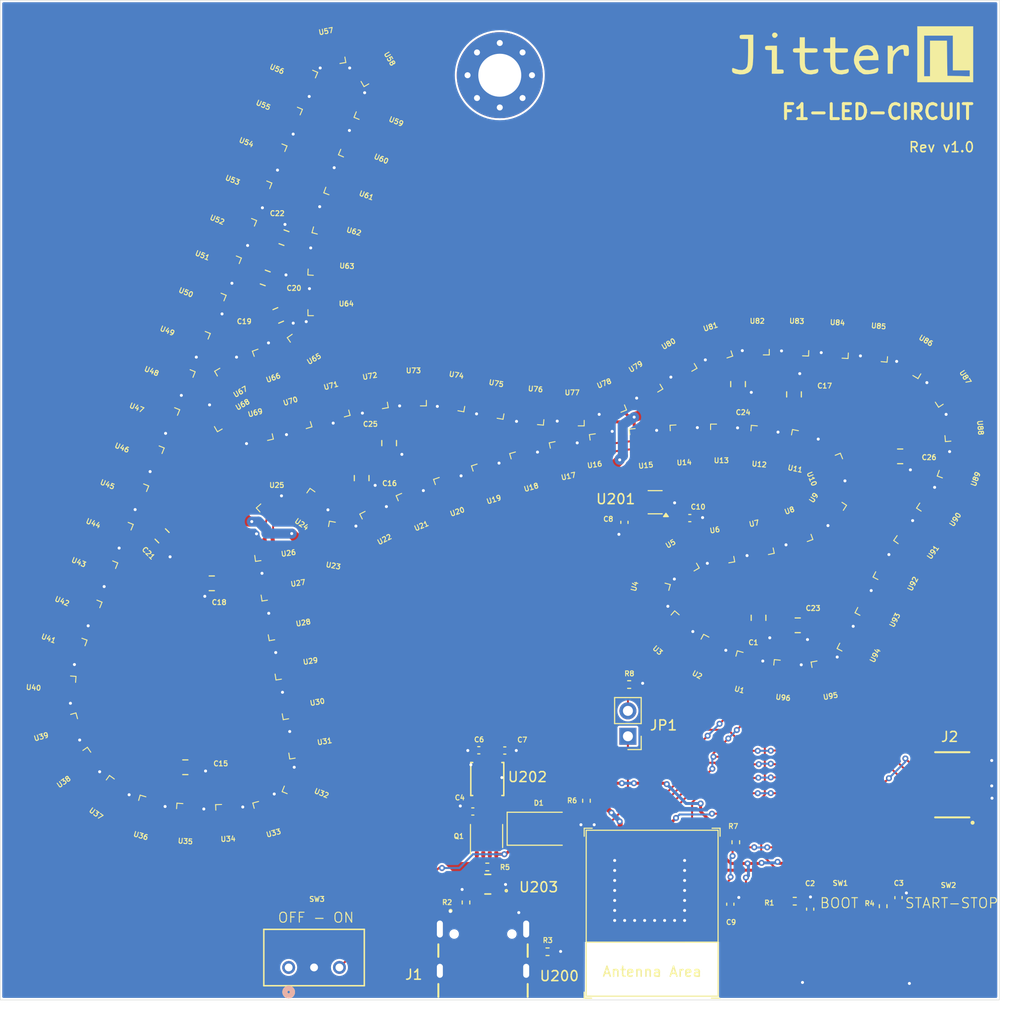
<source format=kicad_pcb>
(kicad_pcb (version 20240108) (generator "pcbnew") (generator_version "8.0")
  (title_block (title "F1 LED CIRCUIT PROJECT") (date "2024-04-30") (rev "v1.0"))
  (layers (0 "F.Cu" signal) (31 "B.Cu" signal) (34 "B.Paste" user) (35 "F.Paste" user) (36 "B.SilkS" user "B.Silkscreen") (37 "F.SilkS" user "F.Silkscreen") (38 "B.Mask" user) (39 "F.Mask" user) (44 "Edge.Cuts" user))
  (net 0 "")
  (net 1 "GND")
  (net 2 "+5V")
  (net 3 "/LDO")
  (net 4 "Net-(U202-NR)")
  (net 5 "+3.3V")
  (net 6 "/ADC1_CH1")
  (net 7 "Net-(D1-A1)")
  (net 8 "Net-(J1-CC2)")
  (net 9 "Net-(J1-CC1)")
  (net 10 "Net-(J2-~{RESET})")
  (net 11 "Net-(JP1-B)")
  (net 12 "Net-(JP1-A)")
  (net 13 "/BOOT")
  (net 14 "/START{slash}STOP")
  (net 15 "Net-(U200-GPIO8)")
  (net 17 "/FSPICLK")
  (net 18 "Net-(U1-DCKO)")
  (net 19 "Net-(U1-DOUT)")
  (net 20 "/FSPID")
  (net 21 "Net-(U2-DOUT)")
  (net 22 "Net-(U2-DCKO)")
  (net 23 "Net-(U3-DOUT)")
  (net 24 "Net-(U3-DCKO)")
  (net 25 "Net-(U4-DOUT)")
  (net 26 "Net-(U4-DCKO)")
  (net 27 "/D_FS_P")
  (net 28 "/D_N")
  (net 29 "/D_FS_N")
  (net 30 "/D_P")
  (net 31 "/LED_CHAIN1/DCKI")
  (net 32 "/LED_CHAIN1/DIN")
  (net 33 "Net-(U7-DCKO)")
  (net 34 "Net-(U7-DOUT)")
  (net 35 "Net-(U10-DIN)")
  (net 36 "Net-(U10-DCKI)")
  (net 37 "Net-(U5-DOUT)")
  (net 38 "Net-(U5-DCKO)")
  (net 39 "Net-(U8-DOUT)")
  (net 40 "Net-(U10-DOUT)")
  (net 41 "Net-(U10-DCKO)")
  (net 42 "Net-(U8-DCKO)")
  (net 43 "Net-(U11-DOUT)")
  (net 44 "Net-(U11-DCKO)")
  (net 45 "Net-(U12-DCKO)")
  (net 46 "Net-(U12-DOUT)")
  (net 47 "Net-(U13-DCKO)")
  (net 48 "Net-(U13-DOUT)")
  (net 49 "Net-(U21-DOUT)")
  (net 50 "Net-(U21-DCKO)")
  (net 51 "Net-(U41-DOUT)")
  (net 52 "Net-(U41-DCKO)")
  (net 53 "Net-(U90-DOUT)")
  (net 54 "Net-(U43-DOUT)")
  (net 55 "Net-(U43-DCKO)")
  (net 56 "Net-(U51-DOUT)")
  (net 57 "Net-(U51-DCKO)")
  (net 58 "Net-(U90-DCKO)")
  (net 59 "Net-(U14-DCKO)")
  (net 60 "Net-(U14-DOUT)")
  (net 61 "Net-(U15-DCKO)")
  (net 62 "Net-(U15-DOUT)")
  (net 63 "Net-(U17-DOUT)")
  (net 64 "Net-(U17-DCKO)")
  (net 65 "Net-(U18-DCKO)")
  (net 66 "Net-(U18-DOUT)")
  (net 67 "Net-(U19-DCKO)")
  (net 68 "Net-(U19-DOUT)")
  (net 69 "Net-(U20-DCKO)")
  (net 70 "Net-(U20-DOUT)")
  (net 71 "Net-(U22-DCKO)")
  (net 72 "Net-(U22-DOUT)")
  (net 73 "Net-(U23-DCKO)")
  (net 74 "Net-(U23-DOUT)")
  (net 75 "Net-(U24-DCKO)")
  (net 76 "Net-(U24-DOUT)")
  (net 77 "Net-(U26-DCKO)")
  (net 78 "Net-(U26-DOUT)")
  (net 79 "Net-(U27-DCKO)")
  (net 80 "Net-(U27-DOUT)")
  (net 81 "Net-(U28-DCKO)")
  (net 82 "Net-(U28-DOUT)")
  (net 83 "Net-(U29-DOUT)")
  (net 84 "Net-(U29-DCKO)")
  (net 85 "Net-(U30-DCKO)")
  (net 86 "Net-(U30-DOUT)")
  (net 87 "Net-(U31-DCKO)")
  (net 88 "Net-(U31-DOUT)")
  (net 89 "Net-(U32-DOUT)")
  (net 90 "Net-(U32-DCKO)")
  (net 91 "Net-(U33-DOUT)")
  (net 92 "Net-(U33-DCKO)")
  (net 93 "Net-(U35-DOUT)")
  (net 94 "Net-(U35-DCKO)")
  (net 95 "Net-(U37-DOUT)")
  (net 96 "Net-(U37-DCKO)")
  (net 97 "Net-(U38-DCKO)")
  (net 98 "Net-(U38-DOUT)")
  (net 99 "Net-(U39-DCKO)")
  (net 100 "Net-(U39-DOUT)")
  (net 101 "Net-(U40-DOUT)")
  (net 102 "Net-(U40-DCKO)")
  (net 103 "Net-(U44-DOUT)")
  (net 104 "Net-(U44-DCKO)")
  (net 105 "/LED_CHAIN1/CLOCK_CHAIN_1_TO_2")
  (net 106 "/LED_CHAIN1/DATA_CHAIN_1_TO_2")
  (net 107 "/LED_CHAIN1/DATA_CHAIN_3_TO_4")
  (net 108 "/LED_CHAIN1/CLOCK_CHAIN_3_TO_4")
  (net 109 "Net-(U47-DCKO)")
  (net 110 "/LED_CHAIN1/CLOCK_CHAIN_2_TO_3")
  (net 111 "Net-(U47-DOUT)")
  (net 112 "/LED_CHAIN1/DATA_CHAIN_2_TO_3")
  (net 113 "Net-(U48-DOUT)")
  (net 114 "Net-(U48-DCKO)")
  (net 115 "Net-(U49-DCKO)")
  (net 116 "Net-(U49-DOUT)")
  (net 117 "Net-(U50-DOUT)")
  (net 118 "Net-(U50-DCKO)")
  (net 119 "/LED_CHAIN1/DOUT")
  (net 120 "/LED_CHAIN1/DCKO")
  (net 121 "Net-(U56-DOUT)")
  (net 122 "Net-(U56-DCKO)")
  (net 123 "Net-(U57-DOUT)")
  (net 124 "Net-(U57-DCKO)")
  (net 125 "Net-(U58-DOUT)")
  (net 126 "Net-(U58-DCKO)")
  (net 127 "Net-(U59-DOUT)")
  (net 128 "Net-(U59-DCKO)")
  (net 129 "Net-(U60-DOUT)")
  (net 130 "Net-(U60-DCKO)")
  (net 131 "Net-(U65-DCKO)")
  (net 132 "Net-(U65-DOUT)")
  (net 133 "Net-(U68-DCKO)")
  (net 134 "Net-(U68-DOUT)")
  (net 135 "Net-(U69-DCKO)")
  (net 136 "Net-(U69-DOUT)")
  (net 137 "/LED_CHAIN2/CLOCK_CHAIN_1_TO_2")
  (net 138 "/LED_CHAIN2/DATA_CHAIN_1_TO_2")
  (net 139 "/LED_CHAIN2/DATA_CHAIN_3_TO_4")
  (net 140 "/LED_CHAIN2/CLOCK_CHAIN_3_TO_4")
  (net 141 "/LED_CHAIN2/CLOCK_CHAIN_2_TO_3")
  (net 142 "/LED_CHAIN2/DATA_CHAIN_2_TO_3")
  (net 143 "/LED_CHAIN2/DCKO")
  (net 144 "/LED_CHAIN2/DOUT")
  (net 147 "Net-(U88-DOUT)")
  (net 148 "Net-(U88-DCKO)")
  (net 149 "Net-(U89-DOUT)")
  (net 150 "Net-(U89-DCKO)")
  (net 171 "Net-(U42-DCKO)")
  (net 172 "Net-(U42-DOUT)")
  (net 173 "Net-(U45-DOUT)")
  (net 174 "Net-(U45-DCKO)")
  (net 175 "Net-(U52-DOUT)")
  (net 176 "Net-(U52-DCKO)")
  (net 177 "Net-(U53-DOUT)")
  (net 178 "Net-(U53-DCKO)")
  (net 179 "Net-(U54-DCKO)")
  (net 180 "Net-(U54-DOUT)")
  (net 181 "Net-(U61-DOUT)")
  (net 182 "Net-(U61-DCKO)")
  (net 183 "Net-(U62-DCKO)")
  (net 184 "Net-(U62-DOUT)")
  (net 185 "Net-(U63-DCKO)")
  (net 186 "Net-(U63-DOUT)")
  (net 187 "Net-(U67-DCKO)")
  (net 188 "Net-(U67-DOUT)")
  (net 189 "Net-(U70-DOUT)")
  (net 190 "Net-(U70-DCKO)")
  (net 191 "Net-(U71-DCKO)")
  (net 192 "Net-(U71-DOUT)")
  (net 193 "Net-(U72-DOUT)")
  (net 194 "Net-(U72-DCKO)")
  (net 195 "Net-(U73-DOUT)")
  (net 196 "Net-(U73-DCKO)")
  (net 197 "Net-(U74-DOUT)")
  (net 198 "Net-(U74-DCKO)")
  (net 199 "Net-(U75-DCKO)")
  (net 200 "Net-(U75-DOUT)")
  (net 201 "/LED_CHAIN3/DATA_CHAIN_1_TO_2")
  (net 202 "/LED_CHAIN3/CLOCK_CHAIN_1_TO_2")
  (net 203 "Net-(U77-DOUT)")
  (net 204 "Net-(U77-DCKO)")
  (net 205 "Net-(U78-DOUT)")
  (net 206 "Net-(U78-DCKO)")
  (net 207 "Net-(U79-DOUT)")
  (net 208 "Net-(U79-DCKO)")
  (net 209 "Net-(U80-DOUT)")
  (net 210 "Net-(U80-DCKO)")
  (net 211 "Net-(U81-DOUT)")
  (net 212 "Net-(U81-DCKO)")
  (net 213 "Net-(U82-DOUT)")
  (net 214 "Net-(U82-DCKO)")
  (net 215 "Net-(U83-DOUT)")
  (net 216 "Net-(U83-DCKO)")
  (net 217 "Net-(U84-DOUT)")
  (net 218 "Net-(U84-DCKO)")
  (net 219 "/LED_CHAIN3/CLOCK_CHAIN_2_TO_3")
  (net 220 "/LED_CHAIN3/DATA_CHAIN_2_TO_3")
  (net 221 "Net-(U86-DCKO)")
  (net 222 "Net-(U86-DOUT)")
  (net 223 "Net-(U87-DCKO)")
  (net 224 "Net-(U87-DOUT)")
  (net 225 "/MTDI")
  (net 226 "/MTMS")
  (net 227 "Net-(U91-DCKO)")
  (net 228 "Net-(U91-DOUT)")
  (net 229 "Net-(U92-DCKO)")
  (net 230 "Net-(U92-DOUT)")
  (net 231 "Net-(U93-DOUT)")
  (net 232 "Net-(U93-DCKO)")
  (net 233 "/LED_CHAIN3/CLOCK_CHAIN_3_TO_4")
  (net 234 "/LED_CHAIN3/DATA_CHAIN_3_TO_4")
  (net 235 "Net-(U95-DCKO)")
  (net 236 "Net-(U95-DOUT)")
  (net 237 "/LED_CHAIN3/DCKO")
  (net 238 "/LED_CHAIN3/DOUT")
  (net 239 "/MTCK")
  (net 241 "/MTDO")
  (footprint "F1-LED-CIRCUIT-LIBRARY:HD108-2020" (layer "F.Cu") (at 174.625 116.5 -15)
    (property "Reference" "U1")
    (property "Value" "HD108-2020")
  )
  (footprint "F1-LED-CIRCUIT-LIBRARY:GCT_USB4105-GF-A" (layer "F.Cu") (at 148.3225 147.0375)
    (property "Reference" "J1")
    (property "Value" "USB_C_Receptacle_USB2.0_14P")
  )
  (footprint "F1-LED-CIRCUIT-LIBRARY:HD108-2020" (layer "F.Cu") (at 122.175 91.475 120)
    (property "Reference" "U68")
    (property "Value" "HD108-2020")
  )
  (footprint "F1-LED-CIRCUIT-LIBRARY:WS-TASV-SPST-6x6mm" (layer "F.Cu") (at 184.3 144.925)
    (property "Reference" "SW1")
    (property "Value" "SW_SPST")
  )
  (footprint "Capacitor_SMD:C_0805_2012Metric" (layer "F.Cu") (at 173.85 88.35 -90)
    (property "Reference" "C24")
    (property "Value" "DNI")
  )
  (footprint "F1-LED-CIRCUIT-LIBRARY:HD108-2020" (layer "F.Cu") (at 179.8 103.175 -160)
    (property "Reference" "U8")
    (property "Value" "HD108-2020")
  )
  (footprint "F1-LED-CIRCUIT-LIBRARY:HD108-2020" (layer "F.Cu") (at 137.45 89.725 -170)
    (property "Reference" "U72")
    (property "Value" "HD108-2020")
  )
  (footprint "F1-LED-CIRCUIT-LIBRARY:HD108-2020" (layer "F.Cu") (at 128.675 61.5 -113)
    (property "Reference" "U55")
    (property "Value" "HD108-2020")
  )
  (footprint "F1-LED-CIRCUIT-LIBRARY:HD108-2020" (layer "F.Cu") (at 113.3 99.2 -112)
    (property "Reference" "U45")
    (property "Value" "HD108-2020")
  )
  (footprint "F1-LED-CIRCUIT-LIBRARY:HD108-2020" (layer "F.Cu") (at 126.575 104.725 98)
    (property "Reference" "U26")
    (property "Value" "HD108-2020")
  )
  (footprint "Capacitor_SMD:C_0805_2012Metric" (layer "F.Cu") (at 190.075 95.575)
    (property "Reference" "C26")
    (property "Value" "DNI")
  )
  (footprint "F1-LED-CIRCUIT-LIBRARY:HD108-2020" (layer "F.Cu") (at 130.4 84 35)
    (property "Reference" "U65")
    (property "Value" "HD108-2020")
  )
  (footprint "F1-LED-CIRCUIT-LIBRARY:DFN8_LDLN050_STM" (layer "F.Cu") (at 148.75 127.85 -90)
    (property "Reference" "U202")
    (property "Value" "LDLN050")
  )
  (footprint "F1-LED-CIRCUIT-LIBRARY:HD108-2020" (layer "F.Cu") (at 114.85 95.4 -112)
    (property "Reference" "U46")
    (property "Value" "HD108-2020")
  )
  (footprint "F1-LED-CIRCUIT-LIBRARY:HD108-2020" (layer "F.Cu") (at 171.8 84.775 -162)
    (property "Reference" "U81")
    (property "Value" "HD108-2020")
  )
  (footprint "Capacitor_SMD:C_0805_2012Metric" (layer "F.Cu") (at 128.4 73.7 160)
    (property "Reference" "C22")
    (property "Value" "DNI")
  )
  (footprint "F1-LED-CIRCUIT-LIBRARY:HD108-2020" (layer "F.Cu") (at 141.45 89.325 180)
    (property "Reference" "U73")
    (property "Value" "HD108-2020")
  )
  (footprint "Capacitor_SMD:C_0805_2012Metric" (layer "F.Cu") (at 118.525 126.675)
    (property "Reference" "C15")
    (property "Value" "DNI")
  )
  (footprint "F1-LED-CIRCUIT-LIBRARY:HD108-2020" (layer "F.Cu") (at 108.625 110.825 -112)
    (property "Reference" "U42")
    (property "Value" "HD108-2020")
  )
  (footprint "Capacitor_SMD:C_0402_1005Metric" (layer "F.Cu") (at 189.91 139.72 -90)
    (property "Reference" "C3")
    (property "Value" "100nF")
  )
  (footprint "Connector_PinHeader_2.54mm:PinHeader_1x02_P2.54mm_Vertical" (layer "F.Cu") (at 162.825 123.575 180)
    (property "Reference" "JP1")
    (property "Value" "Jumper_2_Open")
  )
  (footprint "F1-LED-CIRCUIT-LIBRARY:HD108-2020" (layer "F.Cu") (at 191.1 103.7 55)
    (property "Reference" "U91")
    (property "Value" "HD108-2020")
  )
  (footprint "Capacitor_SMD:C_0402_1005Metric" (layer "F.Cu") (at 150.5 125)
    (property "Reference" "C7")
    (property "Value" "2.2uF")
  )
  (footprint "F1-LED-CIRCUIT-LIBRARY:HD108-2020" (layer "F.Cu") (at 132.05 76.3 87)
    (property "Reference" "U63")
    (property "Value" "HD108-2020")
  )
  (footprint "F1-LED-CIRCUIT-LIBRARY:HD108-2020" (layer "F.Cu") (at 176.275 93.775 -5)
    (property "Reference" "U12")
    (property "Value" "HD108-2020")
  )
  (footprint "MountingHole:MountingHole_4.3mm_M4_Pad_Via" (layer "F.Cu") (at 150 57.45)
    (property "Reference" "H1" (hide yes))
    (property "Value" "MountingHole_Pad_MP" (hide yes))
  )
  (footprint "Diode_SMD:D_SMA" (layer "F.Cu") (at 154.25 132.825)
    (property "Reference" "D1")
    (property "Value" "SMAJ5.0A")
  )
  (footprint "F1-LED-CIRCUIT-LIBRARY:HD108-2020" (layer "F.Cu") (at 164.275 93.925 6)
    (property "Reference" "U15")
    (property "Value" "HD108-2020")
  )
  (footprint "F1-LED-CIRCUIT-LIBRARY:HD108-2020" (layer "F.Cu") (at 149.35 90.475 170)
    (property "Reference" "U75")
    (property "Value" "HD108-2020")
  )
  (footprint "F1-LED-CIRCUIT-LIBRARY:HD108-2020" (layer "F.Cu") (at 167.625 112.725 -41)
    (property "Reference" "U3")
    (property "Value" "HD108-2020")
  )
  (footprint "F1-LED-CIRCUIT-LIBRARY:HD108-2020" (layer "F.Cu") (at 135.425 64.775 67)
    (property "Reference" "U60")
    (property "Value" "HD108-2020")
  )
  (footprint "Capacitor_SMD:C_0402_1005Metric" (layer "F.Cu") (at 173.075 140.375 90)
    (property "Reference" "C9")
    (property "Value" "10uF")
  )
  (footprint "Capacitor_SMD:C_0805_2012Metric" (layer "F.Cu") (at 116.2 103.525 -45)
    (property "Reference" "C21")
    (property "Value" "DNI")
  )
  (footprint "F1-LED-CIRCUIT-LIBRARY:HD108-2020" (layer "F.Cu") (at 122.575 76.4 -112)
    (property "Reference" "U51")
    (property "Value" "HD108-2020")
  )
  (footprint "Capacitor_SMD:C_0402_1005Metric" (layer "F.Cu") (at 147.3 131.1 180)
    (property "Reference" "C4")
    (property "Value" "1uF")
  )
  (footprint "PCM_Espressif:ESP32-C3-MINI-1" (layer "F.Cu") (at 165.25 141.275 180)
    (property "Reference" "U200")
    (property "Value" "ESP32-C3-MINI-1")
  )
  (footprint "F1-LED-CIRCUIT-LIBRARY:HD108-2020" (layer "F.Cu") (at 107.15 114.675 -110)
    (property "Reference" "U41")
    (property "Value" "HD108-2020")
  )
  (footprint "F1-LED-CIRCUIT-LIBRARY:HD108-2020" (layer "F.Cu") (at 129.3 120.525 100)
    (property "Reference" "U30")
    (property "Value" "HD108-2020")
  )
  (footprint "F1-LED-CIRCUIT-LIBRARY:HD108-2020" (layer "F.Cu") (at 127.2 108.675 99)
    (property "Reference" "U27")
    (property "Value" "HD108-2020")
  )
  (footprint "F1-LED-CIRCUIT-LIBRARY:HD108-2020" (layer "F.Cu") (at 187.675 84.85 175)
    (property "Reference" "U85")
    (property "Value" "HD108-2020")
  )
  (footprint "JITTER-COMPONENTS:PDFN33-1EP_3x3mm_P0.65mm" (layer "F.Cu") (at 148.675 133.9 90)
    (property "Reference" "Q1")
    (property "Value" "TSM085P03CV_RGG")
  )
  (footprint "F1-LED-CIRCUIT-LIBRARY:HD108-2020" (layer "F.Cu") (at 176.05 104.35 -168)
    (property "Reference" "U7")
    (property "Value" "HD108-2020")
  )
  (footprint "Resistor_SMD:R_0402_1005Metric" (layer "F.Cu") (at 179.525 140.075)
    (property "Reference" "R1")
    (property "Value" "10k")
  )
  (footprint "Capacitor_SMD:C_0402_1005Metric" (layer "F.Cu") (at 162.475 102.175 -90)
    (property "Reference" "C8")
    (property "Value" "100nF")
  )
  (footprint "F1-LED-CIRCUIT-LIBRARY:HD108-2020" (layer "F.Cu") (at 180.25 94.3 -11)
    (property "Reference" "U11")
    (property "Value" "HD108-2020")
  )
  (footprint "Capacitor_SMD:C_0805_2012Metric" (layer "F.Cu") (at 175.9 111.725 -90)
    (property "Reference" "C1")
    (property "Value" "DNI")
  )
  (footprint "F1-LED-CIRCUIT-LIBRARY:HD108-2020" (layer "F.Cu") (at 195.325 96.825 70)
    (property "Reference" "U89")
    (property "Value" "HD108-2020")
  )
  (footprint "F1-LED-CIRCUIT-LIBRARY:HD108-2020" (layer "F.Cu") (at 121.05 80.125 -112)
    (property "Reference" "U50")
    (property "Value" "HD108-2020")
  )
  (footprint "F1-LED-CIRCUIT-LIBRARY:HD108-2020" (layer "F.Cu") (at 137.6 101.875 27)
    (property "Reference" "U22")
    (property "Value" "HD108-2020")
  )
  (footprint "F1-LED-CIRCUIT-LIBRARY:HD108-2020" (layer "F.Cu") (at 111.2 129.175 -36)
    (property "Reference" "U37")
    (property "Value" "HD108-2020")
  )
  (footprint "F1-LED-CIRCUIT-LIBRARY:HD108-2020" (layer "F.Cu") (at 125.9 92.95 -167)
    (property "Reference" "U69")
    (property "Value" "HD108-2020")
  )
  (footprint "F1-LED-CIRCUIT-LIBRARY:HD108-2020" (layer "F.Cu") (at 183.05 100.825 -123)
    (property "Reference" "U9")
    (property "Value" "HD108-2020")
  )
  (footprint "F1-LED-CIRCUIT-LIBRARY:HD108-2020" (layer "F.Cu") (at 117.95 87.775 -112)
    (property "Reference" "U48")
    (property "Value" "HD108-2020")
  )
  (footprint "F1-LED-CIRCUIT-LIBRARY:HD108-2020" (layer "F.Cu") (at 191.45 86.15 149)
    (property "Reference" "U86")
    (property "Value" "HD108-2020")
  )
  (footprint "F1-LED-CIRCUIT-LIBRARY:HD108-2020" (layer "F.Cu") (at 106.3 118.7 -94)
    (property "Reference" "U40")
    (property "Value" "HD108-2020")
  )
  (footprint "F1-LED-CIRCUIT-LIBRARY:HD108-2020" (layer "F.Cu") (at 157.25 91.325 180)
    (property "Reference" "U77")
    (property "Value" "HD108-2020")
  )
  (footprint "Resistor_SMD:R_0402_1005Metric" (layer "F.Cu") (at 158.675 130.025 90)
    (property "Reference" "R6")
    (property "Value" "10k")
  )
  (footprint "F1-LED-CIRCUIT-LIBRARY:WS-TASV-SPST-6x6mm" (layer "F.Cu") (at 194.975 145)
    (property "Reference" "SW2")
    (property "Value" "SW_SPST")
  )
  (footprint "F1-LED-CIRCUIT-LIBRARY:HD108-2020" (layer "F.Cu") (at 131.3 100.45 -35)
    (property "Reference" "U24")
    (property "Value" "HD108-2020")
  )
  (footprint "F1-LED-CIRCUIT-LIBRARY:HD108-2020" (layer "F.Cu") (at 127.325 100.825 42)
    (property "Reference" "U25")
    (property "Value" "HD108-2020")
  )
  (footprint "F1-LED-CIRCUIT-LIBRARY:HD108-2020" (layer "F.Cu") (at 125.625 68.9 -112)
    (property "Reference" "U53")
    (property "Value" "HD108-2020")
  )
  (footprint "F1-LED-CIRCUIT-LIBRARY:HD108-2020" (layer "F.Cu") (at 111.75 103.05 -112)
    (property "Reference" "U44")
    (property "Value" "HD108-2020")
  )
  (footprint "F1-LED-CIRCUIT-LIBRARY:HD108-2020" (layer "F.Cu") (at 153.275 91.15 175)
    (property "Reference" "U76")
    (property "Value" "HD108-2020")
  )
  (footprint "F1-LED-CIRCUIT-LIBRARY:HD108-2020" (layer "F.Cu") (at 118.8 131.55 -4)
    (property "Reference" "U35")
    (property "Value" "HD108-2020")
  )
  (footprint "Capacitor_SMD:C_0805_2012Metric" (layer "F.Cu") (at 121.175 108.275 180)
    (property "Reference" "C18")
    (property "Value" "DNI")
  )
  (footprint "Resistor_SMD:R_0402_1005Metric" (layer "F.Cu") (at 154.78 145.13 180)
    (property "Reference" "R3")
    (property "Value" "5.1k")
  )
  (footprint "F1-LED-CIRCUIT-LIBRARY:HD108-2020" (layer "F.Cu") (at 116.4 91.575 -112)
    (property "Reference" "U47")
    (property "Value" "HD108-2020")
  )
  (footprint "F1-LED-CIRCUIT-LIBRARY:HD108-2020" (layer "F.Cu") (at 129.7 91.825 -163)
    (property "Reference" "U70")
    (property "Value" "HD108-2020")
  )
  (footprint "F1-LED-CIRCUIT-LIBRARY:HD108-2020" (layer "F.Cu") (at 183.725 84.525 177)
    (property "Reference" "U84")
    (property "Value" "HD108-2020")
  )
  (footprint "F1-LED-CIRCUIT-LIBRARY:HD108-2020" (layer "F.Cu") (at 168.325 106.3 -150)
    (property "Reference" "U5")
    (property "Value" "HD108-2020")
  )
  (footprint "F1-LED-CIRCUIT-LIBRARY:HD108-2020" (layer "F.Cu") (at 144.9 98.625 19)
    (property "Reference" "U20")
    (property "Value" "HD108-2020")
  )
  (footprint "F1-LED-CIRCUIT-LIBRARY:HD108-2020" (layer "F.Cu") (at 106.75 122.725 -74)
    (property "Reference" "U39")
    (property "Value" "HD108-2020")
  )
  (footprint "Resistor_SMD:R_0402_1005Metric" (layer "F.Cu") (at 188.375 140.575 -90)
    (property "Reference" "R4")
    (property "Value" "10k")
  )
  (footprint "F1-LED-CIRCUIT-LIBRARY:HD108-2020" (layer "F.Cu") (at 129.975 124.475 99)
    (property "Reference" "U31")
    (property "Value" "HD108-2020")
  )
  (footprint "F1-LED-CIRCUIT-LIBRARY:HD108-2020" (layer "F.Cu") (at 141.2 100.15 23)
    (property "Reference" "U21")
    (property "Value" "HD108-2020")
  )
  (footprint "F1-LED-CIRCUIT-LIBRARY:HD108-2020" (layer "F.Cu") (at 136.85 56.95 120)
    (property "Reference" "U58")
    (property "Value" "HD108-2020")
  )
  (footprint "F1-LED-CIRCUIT-LIBRARY:SON_2XV6T1G_ONS" (layer "F.Cu") (at 148.8 138.375 180)
    (property "Reference" "U203")
    (property "Value" "NUF2042XV6T1G")
  )
  (footprint "F1-LED-CIRCUIT-LIBRARY:HD108-2020" (layer "F.Cu") (at 185.375 114.275 63)
    (property "Reference" "U94")
    (property "Value" "HD108-2020")
  )
  (footprint "F1-LED-CIRCUIT-LIBRARY:HD108-2020" (layer "F.Cu") (at 160.325 94.425 8)
    (property "Reference" "U16")
    (property "Value" "HD108-2020")
  )
  (footprint "Resistor_SMD:R_0402_1005Metric" (layer "F.Cu") (at 148.75 136.65)
    (property "Reference" "R5")
    (property "Value" "10k")
  )
  (footprint "Capacitor_SMD:C_0805_2012Metric" (layer "F.Cu") (at 127.825 81.475 23)
    (property "Reference" "C19")
    (property "Value" "DNI")
  )
  (footprint "F1-LED-CIRCUIT-LIBRARY:HD108-2020" (layer "F.Cu") (at 161.125 90.275 -158)
    (property "Reference" "U78")
    (property "Value" "HD108-2020")
  )
  (footprint "Resistor_SMD:R_0402_1005Metric" (layer "F.Cu") (at 146.62 140.2 90)
    (property "Reference" "R2")
    (property "Value" "5.1k")
  )
  (footprint "F1-LED-CIRCUIT-LIBRARY:HD108-2020" (layer "F.Cu") (at 128.6 116.575 99)
    (property "Reference" "U29")
    (property "Value" "HD108-2020")
  )
  (footprint "F1-LED-CIRCUIT-LIBRARY:HD108-2020" (layer "F.Cu") (at 132 80.3 90)
    (property "Reference" "U64")
    (property "Value" "HD108-2020")
  )
  (footprint "F1-LED-CIRCUIT-LIBRARY:HD108-2020" (layer "F.Cu") (at 194.275 89 123)
    (property "Reference" "U87")
    (property "Value" "HD108-2020")
  )
  (footprint "F1-LED-CIRCUIT-LIBRARY:HD108-2020" (layer "F.Cu") (at 119.462775 83.949029 -112)
    (property "Reference" "U49")
    (property "Value" "HD108-2020")
  )
  (footprint "F1-LED-CIRCUIT-LIBRARY:HD108-2020" (layer "F.Cu") (at 127.9 112.625 100)
    (property "Reference" "U28")
    (property "Value" "HD108-2020")
  )
  (footprint "F1-LED-CIRCUIT-LIBRARY:HD108-2020" (layer "F.Cu") (at 133.925 103.45 -10)
    (property "Reference" "U23")
    (property "Value" "HD108-2020")
  )
  (footprint "F1-LED-CIRCUIT-LIBRARY:HD108-2020" (layer "F.Cu") (at 195.7 92.8 95)
    (property "Reference" "U88")
    (property "Value" "HD108-2020")
  )
  (footprint "Resistor_SMD:R_0402_1005Metric" (layer "F.Cu") (at 173.625 134.175 90)
    (property "Reference" "R7")
    (property "Value" "10k")
  )
  (footprint "F1-LED-CIRCUIT-LIBRARY:HD108-2020" (layer "F.Cu") (at 132.675 72.35 75)
    (property "Reference" "U62")
    (property "Value" "HD108-2020")
  )
  (footprint "F1-LED-CIRCUIT-LIBRARY:HD108-2020" (layer "F.Cu") (at 178.55 117.225 -6)
    (property "Reference" "U96")
    (property "Value" "HD108-2020")
  )
  (footprint "Capacitor_SMD:C_0805_2012Metric" (layer "F.Cu") (at 138.925 94.25 -90)
    (property "Reference" "C25")
    (property "Value" "DNI")
  )
  (footprint "F1-LED-CIRCUIT-LIBRARY:AS12AP_NKK" (layer "F.Cu") (at 128.87 146.7 90)
    (property "Reference" "SW3")
    (property "Value" "SW_SPDT")
  )
  (footprint "F1-LED-CIRCUIT-LIBRARY:HD108-2020" (layer "F.Cu") (at 136.975 61 68)
    (property "Reference" "U59")
    (property "Value" "HD108-2020")
  )
  (footprint "F1-LED-CIRCUIT-LIBRARY:HD108-2020" (layer "F.Cu") (at 122.8 131.575 2)
    (property "Reference" "U34")
    (property "Value" "HD108-2020")
  )
  (footprint "Resistor_SMD:R_0402_1005Metric" (layer "F.Cu") (at 162.95 118.4)
    (property "Reference" "R8")
    (property "Value" "1K")
  )
  (footprint "F1-LED-CIRCUIT-LIBRARY:HD108-2020" (layer "F.Cu") (at 123.1 87.5 30)
    (property "Reference" "U67")
    (property "Value" "HD108-2020")
  )
  (footprint "Package_TO_SOT_SMD:SOT-353_SC-70-5" (layer "F.Cu") (at 165.55 100.1625 180)
    (property "Reference" "U201")
    (property "Value" "MCP9701AT-E/TT")
  )
  (footprint "F1-LED-CIRCUIT-LIBRARY:HD108-2020" (layer "F.Cu") (at 179.75 84.3 178)
    (property "Reference" "U83")
    (property "Value" "HD108-2020")
  )
  (footprint "Capacitor_SMD:C_0402_1005Metric" (layer "F.Cu") (at 181.07 140.87 -90)
    (property "Reference" "C2")
    (property "Value" "100nF")
  )
  (footprint "F1-LED-CIRCUIT-LIBRARY:HD108-2020" (layer "F.Cu") (at 148.675 97.3 18)
    (property "Reference" "U19")
    (property "Value" "HD108-2020")
  )
  (footprint "Capacitor_SMD:C_0402_1005Metric" (layer "F.Cu") (at 169.02 101.75 180)
    (property "Reference" "C10")
    (property "Value" "1nF")
  )
  (footprint "F1-LED-CIRCUIT-LIBRARY:HD108-2020" (layer "F.Cu") (at 183.425 96.825 -68)
    (property "Reference" "U10")
    (property "Value" "HD108-2020")
  )
  (footprint "F1-LED-CIRCUIT-LIBRARY:Jitter" (layer "F.Cu") (at 185.02 55.35)
    (property "Reference" "G***" (hide yes))
    (property "Value" "LOGO" (hide yes))
  )
  (footprint "F1-LED-CIRCUIT-LIBRARY:HD108-2020" (layer "F.Cu") (at 130.2 57.8 -113)
    (property "Reference" "U56")
    (property "Value" "HD108-2020")
  )
  (footprint "F1-LED-CIRCUIT-LIBRARY:HD108-2020" (layer "F.Cu") (at 172.3 93.55)
    (property "Reference" "U13")
    (property "Value" "HD108-2020")
  )
  (footprint "F1-LED-CIRCUIT-LIBRARY:HD108-2020" (layer "F.Cu") (at 129.775 128.45 68)
    (property "Reference" "U32")
    (property "Value" "HD108-2020")
  )
  (footprint "F1-LED-CIRCUIT-LIBRARY:HD108-2020" (layer "F.Cu") (at 133.2 55.2 -170)
    (property "Reference" "U57")
    (property "Value" "HD108-2020")
  )
  (footprint "F1-LED-CIRCUIT-LIBRARY:HD108-2020" (layer "F.Cu") (at 193.375 100.4 57)
    (property "Reference" "U90")
    (property "Value" "HD108-2020")
  )
  (footprint "F1-LED-CIRCUIT-LIBRARY:ZANDVOORT_TRACK" (layer "F.Cu") (at 151.2 92.3)
    (property "Reference" "G***" (hide yes))
    (property "Value" "LOGO" (hide yes))
  )
  (footprint "Capacitor_SMD:C_0805_2012Metric" (layer "F.Cu") (at 179.825 112.475)
    (property "Reference" "C23")
    (property "Value" "DNI")
  )
  (footprint "NetTie:NetTie-2_SMD_Pad0.5mm" (layer "F.Cu") (at 170.19 126.24)
    (property "Reference" "NT2" (hide yes))
    (property "Value" "NetTie_2" (hide yes))
  )
  (footprint "Capacitor_SMD:C_0805_2012Metric" (layer "F.Cu") (at 179.45 89.375 90)
    (property "Reference" "C17")
    (property "Value" "DNI")
  )
  (footprint "Capacitor_SMD:C_0805_2012Metric" (layer "F.Cu") (at 126.525 77.725 -20)
    (property "Reference" "C20")
    (property "Value" "DNI")
  )
  (footprint "F1-LED-CIRCUIT-LIBRARY:HD108-2020" (layer "F.Cu") (at 145.425 89.725 170)
    (property "Reference" "U74")
    (property "Value" "HD108-2020")
  )
  (footprint "F1-LED-CIRCUIT-LIBRARY:HD108-2020" (layer "F.Cu") (at 182.55 117.125 10)
    (property "Reference" "U95")
    (property "Value" "HD108-2020")
  )
  (footprint "F1-LED-CIRCUIT-LIBRARY:HD108-2020" (layer "F.Cu") (at 126.775 85.775 20)
    (property "Reference" "U66")
    (property "Value" "HD108-2020")
  )
  (footprint "F1-LED-CIRCUIT-LIBRARY:HD108-2020" (layer "F.Cu") (at 124.1 72.65 -112)
    (property "Reference" "U52")
    (property "Value" "HD108-2020")
  )
  (footprint "F1-LED-CIRCUIT-LIBRARY:HD108-2020" (layer "F.Cu") (at 133.55 90.625 -165)
    (property "Reference" "U71")
    (property "Value" "HD108-2020")
  )
  (footprint "F1-LED-CIRCUIT-LIBRARY:SAMTEC_FTSH-105-XX-X-DV" (layer "F.Cu") (at 195.29 128.43 90)
    (property "Reference" "J2")
    (property "Value" "Conn_ARM_JTAG_SWD_10_F1")
  )
  (footprint "F1-LED-CIRCUIT-LIBRARY:HD108-2020" (layer "F.Cu") (at 168.3 93.6 3)
    (property "Reference" "U14")
    (property "Value" "HD108-2020")
  )
  (footprint "F1-LED-CIRCUIT-LIBRARY:HD108-2020" (layer "F.Cu") (at 133.925 68.5 70)
    (property "Reference" "U61")
    (property "Value" "HD108-2020")
  )
  (footprint "Capacitor_SMD:C_0805_2012Metric" (layer "F.Cu") (at 136.175 97.75 -90)
    (property "Reference" "C16")
    (property "Value" "DNI")
  )
  (footprint "F1-LED-CIRCUIT-LIBRARY:HD108-2020" (layer "F.Cu") (at 188.975 107.125 63)
    (property "Reference" "U92")
    (property "Value" "HD108-2020")
  )
  (footprint "F1-LED-CIRCUIT-LIBRARY:HD108-2020" (layer "F.Cu") (at 156.375 95.15 12)
    (property "Reference" "U17")
    (property "Value" "HD108-2020")
  )
  (footprint "F1-LED-CIRCUIT-LIBRARY:HD108-2020" (layer "F.Cu") (at 175.775 84.225 180)
    (property "Reference" "U82")
    (property "Value" "HD108-2020")
  )
  (footprint "F1-LED-CIRCUIT-LIBRARY:HD108-2020" (layer "F.Cu") (at 164.675 88.425 -149)
    (property "Reference" "U79")
    (property "Value" "HD108-2020")
  )
  (footprint "F1-LED-CIRCUIT-LIBRARY:HD108-2020" (layer "F.Cu") (at 152.475 96.125 16)
    (property "Reference" "U18")
    (property "Value" "HD108-2020")
  )
  (footprint "F1-LED-CIRCUIT-LIBRARY:HD108-2020" (layer "F.Cu") (at 127.14 65.19 -112)
    (property "Reference" "U54")
    (property "Value" "HD108-2020")
  )
  (footprint "F1-LED-CIRCUIT-LIBRARY:HD108-2020" (layer "F.Cu") (at 114.825 130.95 -16)
    (property "Reference" "U36")
    (property "Value" "HD108-2020")
  )
  (footprint "F1-LED-CIRCUIT-LIBRARY:HD108-2020" (layer "F.Cu") (at 170.9 115 -28)
    (property "Reference" "U2")
    (property "Value" "HD108-2020")
  )
  (footprint "F1-LED-CIRCUIT-LIBRARY:HD108-2020" (layer "F.Cu") (at 165.6 109.25 -105)
    (property "Reference" "U4")
    (property "Value" "HD108-2020")
  )
  (footprint "F1-LED-CIRCUIT-LIBRARY:HD108-2020" (layer "F.Cu") (at 108.425 126.35 -55)
    (property "Reference" "U38")
    (property "Value" "HD108-2020")
  )
  (footprint "NetTie:NetTie-2_SMD_Pad0.5mm" (layer "F.Cu") (at 173.58 125.03)
    (property "Reference" "NT1" (hide yes))
    (property "Value" "NetTie_2" (hide yes))
  )
  (footprint "F1-LED-CIRCUIT-LIBRARY:HD108-2020" (layer "F.Cu") (at 168.1 86.325 -150)
    (property "Reference" "U80")
    (property "Value" "HD108-2020")
  )
  (footprint "F1-LED-CIRCUIT-LIBRARY:HD108-2020" (layer "F.Cu") (at 187.175 110.7 63)
    (property "Reference" "U93")
    (property "Value" "HD108-2020")
  )
  (footprint "F1-LED-CIRCUIT-LIBRARY:HD108-2020" (layer "F.Cu") (at 110.2 106.9 -112)
    (property "Reference" "U43")
    (property "Value" "HD108-2020")
  )
  (footprint "Capacitor_SMD:C_0402_1005Metric" (layer "F.Cu") (at 147.9 124.975 180)
    (property "Reference" "C6")
    (property "Value" "100nF")
  )
  (footprint "F1-LED-CIRCUIT-LIBRARY:HD108-2020" (layer "F.Cu") (at 172.125 105.15 -170)
    (property "Reference" "U6")
    (property "Value" "HD108-2020")
  )
  (footprint "F1-LED-CIRCUIT-LIBRARY:HD108-2020" (layer "F.Cu") (at 126.75 131.1 15)
    (property "Reference" "U33")
    (property "Value" "HD108-2020")
  )
  (gr_rect (start 100 49.95) (end 200 149.95) (stroke (width 0.05)) (fill none) (layer "Edge.Cuts"))
  (gr_text "BOOT" (at 181.975 140.85 0) (layer "F.SilkS") (effects (font (size 1 1) (thickness 0.1)) (justify left bottom)))
  (gr_text "OFF - ON" (at 127.725 142.3 0) (layer "F.SilkS") (effects (font (size 1 1) (thickness 0.1)) (justify left bottom)))
  (gr_text "START-STOP" (at 190.5 140.85 0) (layer "F.SilkS") (effects (font (size 1 1) (thickness 0.1)) (justify left bottom)))
  (gr_text "Rev v1.0" (at 190.86 65.23 0) (layer "F.SilkS") (effects (font (size 1 1)) (justify left bottom)))
  (gr_text "F1-LED-CIRCUIT" (at 178.05 61.99 0) (layer "F.SilkS") (effects (font (size 1.5 1.5) (thickness 0.3) (bold yes)) (justify left bottom)))
  (segment (start 175.075 85.025) (end 174.275 85) (width 0.3) (layer "F.Cu") (net 1))
  (segment (start 108.8 112.525) (end 109.104523 111.773714) (width 0.3) (layer "F.Cu") (net 1))
  (segment (start 136.25 91.25) (end 136.899553 90.6344) (width 0.3) (layer "F.Cu") (net 1))
  (segment (start 150.55 138.375) (end 150.575 138.4) (width 0.2) (layer "F.Cu") (net 1))
  (segment (start 168.957172 92.764461) (end 169.775 92.7) (width 0.3) (layer "F.Cu") (net 1))
  (segment (start 132.649553 56.109399) (end 132.640601 56.109399) (width 0.3) (layer "F.Cu") (net 1))
  (segment (start 146.82 131.1) (end 146.6 131.1) (width 0.2) (layer "F.Cu") (net 1))
  (segment (start 169.5 101.75) (end 170.25 101.75) (width 0.3) (layer "F.Cu") (net 1))
  (segment (start 133.325 92.25) (end 133.325 91.823007) (width 0.3) (layer "F.Cu") (net 1))
  (segment (start 126.85 84.474663) (end 127.159169 84.783832) (width 0.3) (layer "F.Cu") (net 1))
  (segment (start 119.5541 130.800778) (end 120.375 130.85) (width 0.3) (layer "F.Cu") (net 1))
  (segment (start 171.893641 114.622271) (end 172.625 114.975) (width 0.3) (layer "F.Cu") (net 1))
  (segment (start 123.471654 130.751058) (end 124.275 130.65) (width 0.3) (layer "F.Cu") (net 1))
  (segment (start 149.093526 96.322843) (end 149.925 96.25) (width 0.3) (layer "F.Cu") (net 1))
  (segment (start 132.083433 71.466797) (end 131.975 70.6) (width 0.3) (layer "F.Cu") (net 1))
  (segment (start 110.4 108.6) (end 110.679522 107.848714) (width 0.3) (layer "F.Cu") (net 1))
  (segment (start 175.508203 115.908433) (end 176.325 116.05) (width 0.3) (layer "F.Cu") (net 1))
  (segment (start 127.700345 116.008766) (end 127.575 115.2) (width 0.3) (layer "F.Cu") (net 1))
  (segment (start 180.025 87.85) (end 179.45 88.425) (width 0.3) (layer "F.Cu") (net 1))
  (segment (start 136.495477 59.220477) (end 136.475 59.2) (width 0.3) (layer "F.Cu") (net 1))
  (segment (start 173.075 139.895) (end 173.73 139.895) (width 0.2) (layer "F.Cu") (net 1))
  (segment (start 135.788398 56.725) (end 134.975 56.725) (width 0.3) (layer "F.Cu") (net 1))
  (segment (start 147.675 91.325) (end 148.521716 91.141292) (width 0.3) (layer "F.Cu") (net 1))
  (segment (start 135.80718 56.743782) (end 135.788398 56.725) (width 0.3) (layer "F.Cu") (net 1))
  (segment (start 128.69948 81.62448) (end 129.325 82.25) (width 1) (layer "F.Cu") (net 1))
  (segment (start 164.175 118.4) (end 164.3 118.275) (width 0.2) (layer "F.Cu") (net 1))
  (segment (start 115.718393 130.373937) (end 116.5 130.6) (width 0.3) (layer "F.Cu") (net 1))
  (segment (start 120.225 108.275) (end 120.475 109.575) (width 1) (layer "F.Cu") (net 1))
  (segment (start 127.309898 99.762092) (end 128.15 99.525) (width 0.3) (layer "F.Cu") (net 1))
  (segment (start 186.907939 85.585946) (end 186.1 85.525) (width 0.3) (layer "F.Cu") (net 1))
  (segment (start 149.6485 138.375) (end 150.55 138.375) (width 0.2) (layer "F.Cu") (net 1))
  (segment (start 113.5 100.9) (end 113.779522 100.148714) (width 0.3) (layer "F.Cu") (net 1))
  (segment (start 118.125 89.475) (end 118.429522 88.723714) (width 0.3) (layer "F.Cu") (net 1))
  (segment (start 151.5225 141.593121) (end 151.901795 141.213826) (width 0.3) (layer "F.Cu") (net 1))
  (segment (start 130.514544 82.943175) (end 130.625 82.1) (width 0.3) (layer "F.Cu") (net 1))
  (segment (start 170.25 101.75) (end 170.3 101.7) (width 0.3) (layer "F.Cu") (net 1))
  (segment (start 147.1076 126.4276) (end 147.775021 126.4276) (width 0.3) (layer "F.Cu") (net 1))
  (segment (start 184.979988 113.288103) (end 185.375 112.575) (width 0.3) (layer "F.Cu") (net 1))
  (segment (start 146.6 131.1) (end 146.05 130.55) (width 0.2) (layer "F.Cu") (net 1))
  (segment (start 129.075345 123.908766) (end 128.975 123.1) (width 0.3) (layer "F.Cu") (net 1))
  (segment (start 197.325 129.7) (end 199.2 129.7) (width 0.2) (layer "F.Cu") (net 1))
  (segment (start 160.775656 91.278972) (end 159.95 91.375) (width 0.3) (layer "F.Cu") (net 1))
  (segment (start 182.98409 85.28727) (end 182.175 85.2) (width 0.3) (layer "F.Cu") (net 1))
  (segment (start 193.222817 88.848641) (end 192.75 88.2) (width 0.3) (layer "F.Cu") (net 1))
  (segment (start 197.325 125.89) (end 199.13 125.89) (width 0.2) (layer "F.Cu") (net 1))
  (segment (start 186.779988 109.713103) (end 187.175 109) (width 0.3) (layer "F.Cu") (net 1))
  (segment (start 184.428972 97.174344) (end 184.55 98.025) (width 0.3) (layer "F.Cu") (net 1))
  (segment (start 183.100447 116.2156) (end 183.775 115.65) (width 0.3) (layer "F.Cu") (net 1))
  (segment (start 177.042061 93.039053) (end 177.85 93.15) (width 0.3) (layer "F.Cu") (net 1))
  (segment (start 148.75 127.85) (end 150.07 127.85) (width 0.3) (layer "F.Cu") (net 1))
  (segment (start 145.301409 97.640688) (end 146.125 97.525) (width 0.3) (layer "F.Cu") (net 1))
  (segment (start 180.025 87.3) (end 180.025 87.85) (width 0.3) (layer "F.Cu") (net 1))
  (segment (start 107.711956 123.177373) (end 107.95 123.95) (width 0.3) (layer "F.Cu") (net 1))
  (segment (start 115 97.1) (end 115.329522 96.348714) (width 0.3) (layer "F.Cu") (net 1))
  (segment (start 170.575 85.925) (end 171.381474 85.752156) (width 0.3) (layer "F.Cu") (net 1))
  (segment (start 193.085311 99.377219) (end 193.525 98.675) (width 0.3) (layer "F.Cu") (net 1))
  (segment (start 127.619523 66.138712) (end 127.75 66.94) (width 0.3) (layer "F.Cu") (net 1))
  (segment (start 124.579523 73.598714) (end 124.76 74.48) (width 0.3) (layer "F.Cu") (net 1))
  (segment (start 123.306218 86.45718) (end 123.65 85.65) (width 0.3) (layer "F.Cu") (net 1))
  (segment (start 134.962108 63.818062) (end 134.962108 62.987108) (width 0.3) (layer "F.Cu") (net 1))
  (segment (start 128.65 93.4) (end 129.264484 92.794704) (width 0.3) (layer "F.Cu") (net 1))
  (segment (start 161.925 103.205) (end 162.475 102.655) (width 0.3) (layer "F.Cu") (net 1))
  (segment (start 132.332268 100.196182) (end 132.8 100.925) (width 0.3) (layer "F.Cu") (net 1))
  (segment (start 133.325 91.823007) (end 133.080907 91.578914) (width 0.3) (layer "F.Cu") (net 1))
  (segment (start 145.1225 142.2825) (end 145.1225 141.1725) (width 0.3) (layer "F.Cu") (net 1))
  (segment (start 128.69948 81.103806) (end 128.69948 81.62448) (width 1) (layer "F.Cu") (net 1))
  (segment (start 134.962108 62.987108) (end 134.95 62.975) (width 0.3) (layer "F.Cu") (net 1))
  (segment (start 182.85 102.5) (end 183.339688 101.847779) (width 0.3) (layer "F.Cu") (net 1))
  (segment (start 107.025 120.275) (end 107.049223 119.454101) (width 0.3) (layer "F.Cu") (net 1))
  (segment (start 156.06 145.13) (end 156.09 145.1) (width 0.3) (layer "F.Cu") (net 1))
  (segment (start 131.2 79.6) (end 130.95 78.8) (width 0.3) (layer "F.Cu") (net 1))
  (segment (start 111.9 104.75) (end 112.229522 103.998714) (width 0.3) (layer "F.Cu") (net 1))
  (segment (start 181.089786 93.648265) (end 181.875 93.85) (width 0.3) (layer "F.Cu") (net 1))
  (segment (start 188.579989 106.138103) (end 188.95 105.4) (width 0.3) (layer "F.Cu") (net 1))
  (segment (start 166.5 100.1625) (end 167.4375 100.1625) (width 0.3) (layer "F.Cu") (net 1))
  (segment (start 179.329788 116.502552) (end 180.175 116.425) (width 0.3) (layer "F.Cu") (net 1))
  (segment (start 121.132179 91.268783) (end 120.95 90.425) (width 0.3) (layer "F.Cu") (net 1))
  (segment (start 175.9 112.674999) (end 177.025 113.725) (width 1) (layer "F.Cu") (net 1))
  (segment (start 116.871751 104.196751) (end 116.871751 105.496751) (width 1) (layer "F.Cu") (net 1))
  (segment (start 180.325 148.175) (end 180.325 147.175) (width 0.3) (layer "F.Cu") (net 1))
  (segment (start 171 143.525) (end 171.2 143.525) (width 0.3) (layer "F.Cu") (net 1))
  (segment (start 173 92.75) (end 173.8 92.725) (width 0.3) (layer "F.Cu") (net 1))
  (segment (start 194.842035 92.172388) (end 194.675 91.375) (width 0.3) (layer "F.Cu") (net 1))
  (segment (start 168.118783 107.34282) (end 167.475 107.85) (width 0.3) (layer "F.Cu") (net 1))
  (segment (start 164.487013 89.47126) (end 163.7 89.75) (width 0.3) (layer "F.Cu") (net 1))
  (segment (start 131.287732 75.559091) (end 131.075 74.725) (width 0.3) (layer "F.Cu") (net 1))
  (segment (start 147.395 125) (end 147.42 124.975) (width 0.3) (layer "F.Cu") (net 1))
  (segment (start 127.507292 73.375081) (end 128.5 72.375) (width 1) (layer "F.Cu") (net 1))
  (segment (start 129.295478 127.501286) (end 129.425 126.675) (width 0.3) (layer "F.Cu") (net 1))
  (segment (start 159.3 133.625) (end 159.45 132.425) (width 0.3) (layer "F.Cu") (net 1))
  (segment (start 179.415831 104.166168) (end 178.65 104.425) (width 0.3) (layer "F.Cu") (net 1))
  (segment (start 136.175 98.7) (end 137.525 98.475) (width 1) (layer "F.Cu") (net 1))
  (segment (start 109.481825 126.464547) (end 109.95 127.125) (width 0.3) (layer "F.Cu") (net 1))
  (segment (start 175.531627 105.278055) (end 174.75 105.5) (width 0.3) (layer "F.Cu") (net 1))
  (segment (start 129.137891 62.456939) (end 129.32 63.34) (width 0.3) (layer "F.Cu") (net 1))
  (segment (start 157.725 132.825) (end 158.125 132.425) (width 0.3) (layer "F.Cu") (net 1))
  (segment (start 150.07 127.85) (end 150.21 127.71) (width 0.3) (layer "F.Cu") (net 1))
  (segment (start 179.022507 85.075082) (end 178.2 85.025) (width 0.3) (layer "F.Cu") (net 1))
  (segment (start 173.73 139.895) (end 173.925 139.7) (width 0.2) (layer "F.Cu") (net 1))
  (segment (start 123.054523 77.348714) (end 123.19 78.26) (width 0.3) (layer "F.Cu") (net 1))
  (segment (start 128.3906 119.974553) (end 128.25 119.175) (width 0.3) (layer "F.Cu") (net 1))
  (segment (start 141.531769 99.140084) (end 142.35 99) (width 0.3) (layer "F.Cu") (net 1))
  (segment (start 119.625 85.65) (end 119.942297 84.897743) (width 0.3) (layer "F.Cu") (net 1))
  (segment (start 146.8 125) (end 147.395 125) (width 0.3) (layer "F.Cu") (net 1))
  (segment (start 151.5225 142.2825) (end 151.5225 141.593121) (width 0.3) (layer "F.Cu") (net 1))
  (segment (start 125.685364 104.143151) (end 125.65 103.325) (width 0.3) (layer "F.Cu") (net 1))
  (segment (start 190.846182 102.667732) (end 191.325 102) (width 0.3) (layer "F.Cu") (net 1))
  (segment (start 167.893782 87.36782) (end 167.125 87.65) (width 0.3) (layer "F.Cu") (net 1))
  (segment (start 155.29 145.13) (end 156.06 145.13) (width 0.3) (layer "F.Cu") (net 1))
  (segment (start 116.871751 105.496751) (end 117 105.625) (width 1) (layer "F.Cu") (net 1))
  (segment (start 146.62 139.69) (end 146.62 139.29) (width 0.2) (layer "F.Cu") (net 1))
  (segment (start 136.495477 60.051286) (end 136.495477 59.220477) (width 0.3) (layer "F.Cu") (net 1))
  (segment (start 127.219093 130.146087) (end 127.425 129.35) (width 0.3) (layer "F.Cu") (net 1))
  (segment (start 199.13 125.89) (end 199.24 126) (width 0.2) (layer "F.Cu") (net 1))
  (segment (start 164.887542 93.056213) (end 165.7 92.975) (width 0.3) (layer "F.Cu") (net 1))
  (segment (start 126.9906 112.074553) (end 126.875 111.275) (width 0.3) (layer "F.Cu") (net 1))
  (segment (start 190.437952 86.475207) (end 189.725 86.075) (width 0.3) (layer "F.Cu") (net 1))
  (segment (start 191 148.3) (end 191 147.25) (width 0.3) (layer "F.Cu") (net 1))
  (segment (start 152.927373 95.163044) (end 153.775 95.15) (width 0.3) (layer "F.Cu") (net 1))
  (segment (start 181.07 139.68) (end 181.07 140.39) (width 0.3) (layer "F.Cu") (net 1))
  (segment (start 173.85 89.3) (end 175.175 89.175) (width 1) (layer "F.Cu") (net 1))
  (segment (start 126.104522 69.848714) (end 126.24 70.71) (width 0.3) (layer "F.Cu") (net 1))
  (segment (start 190.69 139.24) (end 189.91 139.24) (width 0.3) (layer "F.Cu") (net 1))
  (segment (start 199.13 128.43) (end 199.24 128.54) (width 0.2) (layer "F.Cu") (net 1))
  (segment (start 151.65 125) (end 150.98 125) (width 0.3) (layer "F.Cu") (net 1))
  (segment (start 121.529523 81.073714) (end 122.2 81.325) (width 0.3) (layer "F.Cu") (net 1))
  (segment (start 156.25 132.825) (end 157.725 132.825) (width 0.3) (layer "F.Cu") (net 1))
  (segment (start 112.236539 128.939236) (end 112.9 129.425) (width 0.3) (layer "F.Cu") (net 1))
  (segment (start 180.8 113.9) (end 180.775 112.475) (width 1) (layer "F.Cu") (net 1))
  (segment (start 163.46 118.4) (end 164.175 118.4) (width 0.2) (layer "F.Cu") (net 1))
  (segment (start 139.975 90.525) (end 140.75 90.125) (width 0.3) (layer "F.Cu") (net 1))
  (segment (start 138.925 95.2) (end 140.2 95.375) (width 1) (layer "F.Cu") (net 1))
  (segment (start 137.860511 100.844401) (end 138.65 100.6) (width 0.3) (layer "F.Cu") (net 1))
  (segment (start 156.55 92.125) (end 155.75 92.05) (width 0.3) (layer "F.Cu") (net 1))
  (segment (start 116.55 93.275) (end 116.879522 92.523714) (width 0.3) (layer "F.Cu") (net 1))
  (segment (start 127.417708 78.049919) (end 128.6 77.425) (width 1) (layer "F.Cu") (net 1))
  (segment (start 151.675 92.075) (end 152.507939 91.885946) (width 0.3) (layer "F.Cu") (net 1))
  (segment (start 134.753284 102.783708) (end 135.6 102.55) (width 0.3) (layer "F.Cu") (net 1))
  (segment (start 132.640601 56.109399) (end 132.025 56.725) (width 0.3) (layer "F.Cu") (net 1))
  (segment (start 126.2 107.275) (end 126.300346 108.108766) (width 0.3) (layer "F.Cu") (net 1))
  (segment (start 197.325 128.43) (end 199.13 128.43) (width 0.2) (layer "F.Cu") (net 1))
  (segment (start 168.678143 112.580473) (end 169.325 113.1) (width 0.3) (layer "F.Cu") (net 1))
  (segment (start 161.925 103.375) (end 161.925 103.205) (width 0.3) (layer "F.Cu") (net 1))
  (segment (start 167.4375 100.1625) (end 167.5 100.225) (width 0.3) (layer "F.Cu") (net 1))
  (segment (start 107.425 116.4) (end 107.662341 115.606401) (width 0.3) (layer "F.Cu") (net 1))
  (segment (start 156.893374 94.221945) (end 157.75 94.225) (width 0.3) (layer "F.Cu") (net 1))
  (segment (start 171.574553 106.059399) (end 170.775 106.275) (width 0.3) (layer "F.Cu") (net 1))
  (segment (start 180.3 148.2) (end 180.325 148.175) (width 0.3) (layer "F.Cu") (net 1))
  (segment (start 130.662892 58.756938) (end 130.925 59.575) (width 0.3) (layer "F.Cu") (net 1))
  (segment (start 160.906849 93.418151) (end 161.25 93.075) (width 0.3) (layer "F.Cu") (net 1))
  (segment (start 190.7 139.25) (end 190.69 139.24) (width 0.3) (layer "F.Cu") (net 1))
  (segment (start 160.906849 93.535364) (end 160.906849 93.418151) (width 0.3) (layer "F.Cu") (net 1))
  (segment (start 126.85 84.225) (end 126.85 84.474663) (width 0.3) (layer "F.Cu") (net 1))
  (segment (start 166.191568 110.133204) (end 166.825 110.575) (width 0.3) (layer "F.Cu") (net 1))
  (segment (start 143.75 90.575) (end 144.596716 90.391292) (width 0.3) (layer "F.Cu") (net 1))
  (segment (start 133.41266 67.568599) (end 133.425 66.7) (width 0.3) (layer "F.Cu") (net 1))
  (segment (start 199.2 129.7) (end 199.27 129.77) (width 0.2) (layer "F.Cu") (net 1))
  (segment (start 119.475 126.675) (end 120.55 127.05) (width 1) (layer "F.Cu") (net 1))
  (segment (start 124.65 94.3) (end 125.397902 93.886962) (width 0.3) (layer "F.Cu") (net 1))
  (segment (start 191.025 95.575) (end 191.1 96.925) (width 1) (layer "F.Cu") (net 1))
  (segment (start 145.1225 141.1725) (end 145.05 141.1) (width 0.2) (layer "F.Cu") (net 1))
  (segment (start 181.1 139.65) (end 181.07 139.68) (width 0.3) (layer "F.Cu") (net 1))
  (segment (start 146.62 139.29) (end 146.23 138.9) (width 0.2) (layer "F.Cu") (net 1))
  (segment (start 194.81266 95.893599) (end 195.025 95.1) (width 0.3) (layer "F.Cu") (net 1))
  (via (at 133.425 66.7) (size 0.6) (drill 0.3) (layers "F.Cu" "B.Cu") (net 1))
  (via (at 180.175 116.425) (size 0.6) (drill 0.3) (layers "F.Cu" "B.Cu") (net 1))
  (via (at 164.5 142) (size 0.6) (drill 0.3) (layers "F.Cu" "B.Cu") (net 1))
  (via (at 146.23 138.9) (size 0.6) (drill 0.3) (layers "F.Cu" "B.Cu") (net 1))
  (via (at 173.925 139.7) (size 0.6) (drill 0.3) (layers "F.Cu" "B.Cu") (net 1))
  (via (at 170.3 101.7) (size 0.6) (drill 0.3) (layers "F.Cu" "B.Cu") (net 1))
  (via (at 167.475 107.85) (size 0.6) (drill 0.3) (layers "F.Cu" "B.Cu") (net 1))
  (via (at 107.425 116.4) (size 0.6) (drill 0.3) (layers "F.Cu" "B.Cu") (net 1))
  (via (at 130.925 59.575) (size 0.6) (drill 0.3) (layers "F.Cu" "B.Cu") (net 1))
  (via (at 151.901795 141.213826) (size 0.6) (drill 0.3) (layers "F.Cu" "B.Cu") (net 1))
  (via (at 168.5 142) (size 0.6) (drill 0.3) (layers "F.Cu" "B.Cu") (net 1))
  (via (at 177.85 93.15) (size 0.6) (drill 0.3) (layers "F.Cu" "B.Cu") (net 1))
  (via (at 120.55 127.05) (size 0.6) (drill 0.3) (layers "F.Cu" "B.Cu") (net 1))
  (via (at 123.19 78.26) (size 0.6) (drill 0.3) (layers "F.Cu" "B.Cu") (net 1))
  (via (at 116.5 130.6) (size 0.6) (drill 0.3) (layers "F.Cu" "B.Cu") (net 1))
  (via (at 173.8 92.725) (size 0.6) (drill 0.3) (layers "F.Cu" "B.Cu") (net 1))
  (via (at 124.65 94.3) (size 0.6) (drill 0.3) (layers "F.Cu" "B.Cu") (net 1))
  (via (at 167.5 100.225) (size 0.6) (drill 0.3) (layers "F.Cu" "B.Cu") (net 1))
  (via (at 168.5 139) (size 0.6) (drill 0.3) (layers "F.Cu" "B.Cu") (net 1))
  (via (at 167.125 87.65) (size 0.6) (drill 0.3) (layers "F.Cu" "B.Cu") (net 1))
  (via (at 125.65 103.325) (size 0.6) (drill 0.3) (layers "F.Cu" "B.Cu") (net 1))
  (via (at 186.1 85.525) (size 0.6) (drill 0.3) (layers "F.Cu" "B.Cu") (net 1))
  (via (at 159.95 91.375) (size 0.6) (drill 0.3) (layers "F.Cu" "B.Cu") (net 1))
  (via (at 169.775 92.7) (size 0.6) (drill 0.3) (layers "F.Cu" "B.Cu") (net 1))
  (via (at 187.175 109) (size 0.6) (drill 0.3) (layers "F.Cu" "B.Cu") (net 1))
  (via (at 194.675 91.375) (size 0.6) (drill 0.3) (layers "F.Cu" "B.Cu") (net 1))
  (via (at 112.9 129.425) (size 0.6) (drill 0.3) (layers "F.Cu" "B.Cu") (net 1))
  (via (at 137.525 98.475) (size 0.6) (drill 0.3) (layers "F.Cu" "B.Cu") (net 1))
  (via (at 119.625 85.65) (size 0.6) (drill 0.3) (layers "F.Cu" "B.Cu") (net 1))
  (via (at 151.65 125) (size 0.6) (drill 0.3) (layers "F.Cu" "B.Cu") (net 1))
  (via (at 183.775 115.65) (size 0.6) (drill 0.3) (layers "F.Cu" "B.Cu") (net 1))
  (via (at 146.8 125) (size 0.6) (drill 0.3) (layers "F.Cu" "B.Cu") (net 1))
  (via (at 161.25 93.075) (size 0.6) (drill 0.3) (layers "F.Cu" "B.Cu") (net 1))
  (via (at 130.625 82.1) (size 0.6) (drill 0.3) (layers "F.Cu" "B.Cu") (net 1))
  (via (at 151.675 92.075) (size 0.6) (drill 0.3) (layers "F.Cu" "B.Cu") (net 1))
  (via (at 165.5 142) (size 0.6) (drill 0.3) (layers "F.Cu" "B.Cu") (net 1))
  (via (at 163.5 142) (size 0.6) (drill 0.3) (layers "F.Cu" "B.Cu") (net 1))
  (via (at 168.5 138) (size 0.6) (drill 0.3) (layers "F.Cu" "B.Cu") (net 1))
  (via (at 159.45 132.425) (size 0.6) (drill 0.3) (layers "F.Cu" "B.Cu") (net 1))
  (via (at 122.2 81.325) (size 0.6) (drill 0.3) (layers "F.Cu" "B.Cu") (net 1))
  (via (at 180.3 148.2) (size 0.6) (drill 0.3) (layers "F.Cu" "B.Cu") (net 1))
  (via (at 127.575 115.2) (size 0.6) (drill 0.3) (layers "F.Cu" "B.Cu") (net 1))
  (via (at 126.2 107.275) (size 0.6) (drill 0.3) (layers "F.Cu" "B.Cu") (net 1))
  (via (at 170.775 106.275) (size 0.6) (drill 0.3) (layers "F.Cu" "B.Cu") (net 1))
  (via (at 109.95 127.125) (size 0.6) (drill 0.3) (layers "F.Cu" "B.Cu") (net 1))
  (via (at 199.24 128.54) (size 0.6) (drill 0.3) (layers "F.Cu" "B.Cu") (net 1))
  (via (at 161.5 141) (size 0.6) (drill 0.3) (layers "F.Cu" "B.Cu") (net 1))
  (via (at 153.775 95.15) (size 0.6) (drill 0.3) (layers "F.Cu" "B.Cu") (net 1))
  (via (at 169.325 113.1) (size 0.6) (drill 0.3) (layers "F.Cu" "B.Cu") (net 1))
  (via (at 168.5 141) (size 0.6) (drill 0.3) (layers "F.Cu" "B.Cu") (net 1))
  (via (at 188.95 105.4) (size 0.6) (drill 0.3) (layers "F.Cu" "B.Cu") (net 1))
  (via (at 180.8 113.9) (size 0.6) (drill 0.3) (layers "F.Cu" "B.Cu") (net 1))
  (via (at 139.975 90.525) (size 0.6) (drill 0.3) (layers "F.Cu" "B.Cu") (net 1))
  (via (at 161.5 136) (size 0.6) (drill 0.3) (layers "F.Cu" "B.Cu") (net 1))
  (via (at 127.425 129.35) (size 0.6) (drill 0.3) (layers "F.Cu" "B.Cu") (net 1))
  (via (at 178.65 104.425) (size 0.6) (drill 0.3) (layers "F.Cu" "B.Cu") (net 1))
  (via (at 107.95 123.95) (size 0.6) (drill 0.3) (layers "F.Cu" "B.Cu") (net 1))
  (via (at 126.85 84.225) (size 0.6) (drill 0.3) (layers "F.Cu" "B.Cu") (net 1))
  (via (at 184.55 98.025) (size 0.6) (drill 0.3) (layers "F.Cu" "B.Cu") (net 1))
  (via (at 128.15 99.525) (size 0.6) (drill 0.3) (layers "F.Cu" "B.Cu") (net 1))
  (via (at 164.3 118.275) (size 0.6) (drill 0.3) (layers "F.Cu" "B.Cu") (net 1))
  (via (at 134.95 62.975) (size 0.6) (drill 0.3) (layers "F.Cu" "B.Cu") (net 1))
  (via (at 123.65 85.65) (size 0.6) (drill 0.3) (layers "F.Cu" "B.Cu") (net 1))
  (via (at 182.85 102.5) (size 0.6) (drill 0.3) (layers "F.Cu" "B.Cu") (net 1))
  (via (at 181.1 139.65) (size 0.6) (drill 0.3) (layers "F.Cu" "B.Cu") (net 1))
  (via (at 185.375 112.575) (size 0.6) (drill 0.3) (layers "F.Cu" "B.Cu") (net 1))
  (via (at 195.025 95.1) (size 0.6) (drill 0.3) (layers "F.Cu" "B.Cu") (net 1))
  (via (at 191.325 102) (size 0.6) (drill 0.3) (layers "F.Cu" "B.Cu") (net 1))
  (via (at 199.24 126) (size 0.6) (drill 0.3) (layers "F.Cu" "B.Cu") (net 1))
  (via (at 147.1076 126.4276) (size 0.6) (drill 0.3) (layers "F.Cu" "B.Cu") (net 1))
  (via (at 193.525 98.675) (size 0.6) (drill 0.3) (layers "F.Cu" "B.Cu") (net 1))
  (via (at 143.75 90.575) (size 0.6) (drill 0.3) (layers "F.Cu" "B.Cu") (net 1))
  (via (at 127.75 66.94) (size 0.6) (drill 0.3) (layers "F.Cu" "B.Cu") (net 1))
  (via (at 161.5 137) (size 0.6) (drill 0.3) (layers "F.Cu" "B.Cu") (net 1))
  (via (at 135.6 102.55) (size 0.6) (drill 0.3) (layers "F.Cu" "B.Cu") (net 1))
  (via (at 126.875 111.275) (size 0.6) (drill 0.3) (layers "F.Cu" "B.Cu") (net 1))
  (via (at 131.075 74.725) (size 0.6) (drill 0.3) (layers "F.Cu" "B.Cu") (net 1))
  (via (at 155.75 92.05) (size 0.6) (drill 0.3) (layers "F.Cu" "B.Cu") (net 1))
  (via (at 150.575 138.4) (size 0.6) (drill 0.3) (layers "F.Cu" "B.Cu") (net 1))
  (via (at 124.76 74.48) (size 0.6) (drill 0.3) (layers "F.Cu" "B.Cu") (net 1))
  (via (at 126.24 70.71) (size 0.6) (drill 0.3) (layers "F.Cu" "B.Cu") (net 1))
  (via (at 180.025 87.3) (size 0.6) (drill 0.3) (layers "F.Cu" "B.Cu") (net 1))
  (via (at 128.5 72.375) (size 0.6) (drill 0.3) (layers "F.Cu" "B.Cu") (net 1))
  (via (at 192.75 88.2) (size 0.6) (drill 0.3) (layers "F.Cu" "B.Cu") (net 1))
  (via (at 138.65 100.6) (size 0.6) (drill 0.3) (layers "F.Cu" "B.Cu") (net 1))
  (via (at 165.7 92.975) (size 0.6) (drill 0.3) (layers "F.Cu" "B.Cu") (net 1))
  (via (at 157.75 94.225) (size 0.6) (drill 0.3) (layers "F.Cu" "B.Cu") (net 1))
  (via (at 168.5 140) (size 0.6) (drill 0.3) (layers "F.Cu" "B.Cu") (net 1))
  (via (at 161.925 103.375) (size 0.6) (drill 0.3) (layers "F.Cu" "B.Cu") (net 1))
  (via (at 145.05 141.1) (size 0.6) (drill 0.3) (layers "F.Cu" "B.Cu") (net 1))
  (via (at 172.625 114.975) (size 0.6) (drill 0.3) (layers "F.Cu" "B.Cu") (net 1))
  (via (at 176.325 116.05) (size 0.6) (drill 0.3) (layers "F.Cu" "B.Cu") (net 1))
  (via (at 142.35 99) (size 0.6) (drill 0.3) (layers "F.Cu" "B.Cu") (net 1))
  (via (at 181.875 93.85) (size 0.6) (drill 0.3) (layers "F.Cu" "B.Cu") (net 1))
  (via (at 131.975 70.6) (size 0.6) (drill 0.3) (layers "F.Cu" "B.Cu") (net 1))
  (via (at 111.9 104.75) (size 0.6) (drill 0.3) (layers "F.Cu" "B.Cu") (net 1))
  (via (at 175.175 89.175) (size 0.6) (drill 0.3) (layers "F.Cu" "B.Cu") (net 1))
  (via (at 158.125 132.425) (size 0.6) (drill 0.3) (layers "F.Cu" "B.Cu") (net 1))
  (via (at 118.125 89.475) (size 0.6) (drill 0.3) (layers "F.Cu" "B.Cu") (net 1))
  (via (at 132.025 56.725) (size 0.6) (drill 0.3) (layers "F.Cu" "B.Cu") (net 1))
  (via (at 128.25 119.175) (size 0.6) (drill 0.3) (layers "F.Cu" "B.Cu") (net 1))
  (via (at 136.475 59.2) (size 0.6) (drill 0.3) (layers "F.Cu" "B.Cu") (net 1))
  (via (at 190.7 139.25) (size 0.6) (drill 0.3) (layers "F.Cu" "B.Cu") (net 1))
  (via (at 133.325 92.25) (size 0.6) (drill 0.3) (layers "F.Cu" "B.Cu") (net 1))
  (via (at 161.5 142) (size 0.6) (drill 0.3) (layers "F.Cu" "B.Cu") (net 1))
  (via (at 161.5 139) (size 0.6) (drill 0.3) (layers "F.Cu" "B.Cu") (net 1))
  (via (at 120.95 90.425) (size 0.6) (drill 0.3) (layers "F.Cu" "B.Cu") (net 1))
  (via (at 168.5 137) (size 0.6) (drill 0.3) (layers "F.Cu" "B.Cu") (net 1))
  (via (at 129.32 63.34) (size 0.6) (drill 0.3) (layers "F.Cu" "B.Cu") (net 1))
  (via (at 132.8 100.925) (size 0.6) (drill 0.3) (layers "F.Cu" "B.Cu") (net 1))
  (via (at 128.6 77.425) (size 0.6) (drill 0.3) (layers "F.Cu" "B.Cu") (net 1))
  (via (at 161.5 138) (size 0.6) (drill 0.3) (layers "F.Cu" "B.Cu") (net 1))
  (via (at 178.2 85.025) (size 0.6) (drill 0.3) (layers "F.Cu" "B.Cu") (net 1))
  (via (at 115 97.1) (size 0.6) (drill 0.3) (layers "F.Cu" "B.Cu") (net 1))
  (via (at 117 105.625) (size 0.6) (drill 0.3) (layers "F.Cu" "B.Cu") (net 1))
  (via (at 120.375 130.85) (size 0.6) (drill 0.3) (layers "F.Cu" "B.Cu") (net 1))
  (via (at 110.4 108.6) (size 0.6) (drill 0.3) (layers "F.Cu" "B.Cu") (net 1))
  (via (at 136.25 91.25) (size 0.6) (drill 0.3) (layers "F.Cu" "B.Cu") (net 1))
  (via (at 191 148.3) (size 0.6) (drill 0.3) (layers "F.Cu" "B.Cu") (net 1))
  (via (at 130.95 78.8) (size 0.6) (drill 0.3) (layers "F.Cu" "B.Cu") (net 1))
  (via (at 147.675 91.325) (size 0.6) (drill 0.3) (layers "F.Cu" "B.Cu") (net 1))
  (via (at 113.5 100.9) (size 0.6) (drill 0.3) (layers "F.Cu" "B.Cu") (net 1))
  (via (at 161.5 140) (size 0.6) (drill 0.3) (layers "F.Cu" "B.Cu") (net 1))
  (via (at 182.175 85.2) (size 0.6) (drill 0.3) (layers "F.Cu" "B.Cu") (net 1))
  (via (at 174.275 85) (size 0.6) (drill 0.3) (layers "F.Cu" "B.Cu") (net 1))
  (via (at 156.09 145.1) (size 0.6) (drill 0.3) (layers "F.Cu" "B.Cu") (net 1))
  (via (at 146.125 97.525) (size 0.6) (drill 0.3) (layers "F.Cu" "B.Cu") (net 1))
  (via (at 189.725 86.075) (size 0.6) (drill 0.3) (layers "F.Cu" "B.Cu") (net 1))
  (via (at 167.5 142) (size 0.6) (drill 0.3) (layers "F.Cu" "B.Cu") (net 1))
  (via (at 128.975 123.1) (size 0.6) (drill 0.3) (layers "F.Cu" "B.Cu") (net 1))
  (via (at 107.025 120.275) (size 0.6) (drill 0.3) (layers "F.Cu" "B.Cu") (net 1))
  (via (at 177.025 113.725) (size 0.6) (drill 0.3) (layers "F.Cu" "B.Cu") (net 1))
  (via (at 134.975 56.725) (size 0.6) (drill 0.3) (layers "F.Cu" "B.Cu") (net 1))
  (via (at 149.925 96.25) (size 0.6) (drill 0.3) (layers "F.Cu" "B.Cu") (net 1))
  (via (at 129.325 82.25) (size 0.6) (drill 0.3) (layers "F.Cu" "B.Cu") (net 1))
  (via (at 124.275 130.65) (size 0.6) (drill 0.3) (layers "F.Cu" "B.Cu") (net 1))
  (via (at 168.5 136) (size 0.6) (drill 0.3) (layers "F.Cu" "B.Cu") (net 1))
  (via (at 162.5 142) (size 0.6) (drill 0.3) (layers "F.Cu" "B.Cu") (net 1))
  (via (at 128.65 93.4) (size 0.6) (drill 0.3) (layers "F.Cu" "B.Cu") (net 1))
  (via (at 146.05 130.55) (size 0.6) (drill 0.3) (layers "F.Cu" "B.Cu") (net 1))
  (via (at 191.1 96.925) (size 0.6) (drill 0.3) (layers "F.Cu" "B.Cu") (net 1))
  (via (at 166.825 110.575) (size 0.6) (drill 0.3) (layers "F.Cu" "B.Cu") (net 1))
  (via (at 166.5 142) (size 0.6) (drill 0.3) (layers "F.Cu" "B.Cu") (net 1))
  (via (at 174.75 105.5) (size 0.6) (drill 0.3) (layers "F.Cu" "B.Cu") (net 1))
  (via (at 150.21 127.71) (size 0.6) (drill 0.3) (layers "F.Cu" "B.Cu") (net 1))
  (via (at 170.575 85.925) (size 0.6) (drill 0.3) (layers "F.Cu" "B.Cu") (net 1))
  (via (at 129.425 126.675) (size 0.6) (drill 0.3) (layers "F.Cu" "B.Cu") (net 1))
  (via (at 199.27 129.77) (size 0.6) (drill 0.3) (layers "F.Cu" "B.Cu") (net 1))
  (via (at 140.2 95.375) (size 0.6) (drill 0.3) (layers "F.Cu" "B.Cu") (net 1))
  (via (at 108.8 112.525) (size 0.6) (drill 0.3) (layers "F.Cu" "B.Cu") (net 1))
  (via (at 163.7 89.75) (size 0.6) (drill 0.3) (layers "F.Cu" "B.Cu") (net 1))
  (via (at 120.475 109.575) (size 0.6) (drill 0.3) (layers "F.Cu" "B.Cu") (net 1))
  (via (at 116.55 93.275) (size 0.6) (drill 0.3) (layers "F.Cu" "B.Cu") (net 1))
  (segment (start 114.303972 98.850657) (end 115.228315 99.775) (width 0.3) (layer "F.Cu") (net 2))
  (segment (start 121.263396 93.05) (end 121.832179 92.481217) (width 0.3) (layer "F.Cu") (net 2))
  (segment (start 125.880207 105.529526) (end 124.959733 106.45) (width 0.3) (layer "F.Cu") (net 2))
  (segment (start 112.753972 102.700657) (end 115.375657 102.700657) (width 0.3) (layer "F.Cu") (net 2))
  (segment (start 151.4 95.36733) (end 151.4 93.550868) (width 0.3) (layer "F.Cu") (net 2))
  (segment (start 162.975 92.125) (end 163.45 91.65) (width 0.3) (layer "F.Cu") (net 2))
  (segment (start 131.975 93.757073) (end 130.603311 92.385384) (width 0.3) (layer "F.Cu") (net 2))
  (segment (start 171.55 111.925) (end 170.6 112.725) (width 0.3) (layer "F.Cu") (net 2))
  (segment (start 120.9 100.95) (end 122.342553 99.567553) (width 1) (layer "F.Cu") (net 2))
  (segment (start 117.725 114.925) (end 117.678085 118.6) (width 1) (layer "F.Cu") (net 2))
  (segment (start 126.9 96.925) (end 127.5 96.789615) (width 1) (layer "F.Cu") (net 2))
  (segment (start 113.408664 128.116336) (end 115.85 125.675) (width 0.3) (layer "F.Cu") (net 2))
  (segment (start 170.825 108.15) (end 175.9 110.775001) (width 0.3) (layer "F.Cu") (net 2))
  (segment (start 154.844687 94.51302) (end 153.825 93.493333) (width 0.3) (layer "F.Cu") (net 2))
  (segment (start 173.625 112.5) (end 173.625 114.85) (width 0.3) (layer "F.Cu") (net 2))
  (segment (start 107.844456 122.35) (end 117.630213 122.35) (width 0.3) (layer "F.Cu") (net 2))
  (segment (start 114.925 128.45) (end 114.372627 129.782109) (width 0.3) (layer "F.Cu") (net 2))
  (segment (start 170.6 112.725) (end 170.5 113.275) (width 0.3) (layer "F.Cu") (net 2))
  (segment (start 117.528724 125.675) (end 117.603724 125.6) (width 0.3) (layer "F.Cu") (net 2))
  (segment (start 184.344401 114.535512) (end 184.31559 114.506701) (width 0.3) (layer "F.Cu") (net 2))
  (segment (start 125.1 96.925) (end 126.9 96.925) (width 1) (layer "F.Cu") (net 2))
  (segment (start 124.896714 83.9) (end 125.323357 83.473357) (width 1) (layer "F.Cu") (net 2))
  (segment (start 129.701831 67.248169) (end 130.325 66.625) (width 1) (layer "F.Cu") (net 2))
  (segment (start 122.053972 79.775657) (end 122.806281 80.527966) (width 0.3) (layer "F.Cu") (net 2))
  (segment (start 119.278315 87.75) (end 120.875 87.75) (width 0.3) (layer "F.Cu") (net 2))
  (segment (start 179.45 90.325) (end 176.975 87.85) (width 0.3) (layer "F.Cu") (net 2))
  (segment (start 108.141168 114.290832) (end 108.775336 114.925) (width 0.3) (layer "F.Cu") (net 2))
  (segment (start 125.761993 114.925) (end 117.725 114.925) (width 0.3) (layer "F.Cu") (net 2))
  (segment (start 174.2 111.925) (end 173.625 112.5) (width 0.3) (layer "F.Cu") (net 2))
  (segment (start 148.603899 137.013899) (end 148.603899 137.996101) (width 0.3) (layer "F.Cu") (net 2))
  (segment (start 150.7225 141.7475) (end 148.603899 139.628899) (width 0.3) (layer "F.Cu") (net 2))
  (segment (start 172.3 89.4) (end 171.612322 88.712322) (width 0.3) (layer "F.Cu") (net 2))
  (segment (start 193.593001 97.95) (end 194.333832 97.209169) (width 0.3) (layer "F.Cu") (net 2))
  (segment (start 170.525 89.35) (end 171.612322 88.712322) (width 1) (layer "F.Cu") (net 2))
  (segment (start 193.946993 92.55) (end 194.964054 93.567061) (width 0.3) (layer "F.Cu") (net 2))
  (segment (start 124.959733 106.45) (end 121.625 106.45) (width 0.3) (layer "F.Cu") (net 2))
  (segment (start 124.282868 76.050657) (end 125.632292 77.400081) (width 0.3) (layer "F.Cu") (net 2))
  (segment (start 172.953284 105.816293) (end 174.625 107.225) (width 0.3) (layer "F.Cu") (net 2))
  (segment (start 129.701831 73.615796) (end 129.701831 70.975) (width 1) (layer "F.Cu") (net 2))
  (segment (start 131.185453 96.569419) (end 131.975 95.779872) (width 0.3) (layer "F.Cu") (net 2))
  (segment (start 145.525 136.65) (end 148.24 136.65) (width 1) (layer "F.Cu") (net 2))
  (segment (start 171.6 92.75) (end 172.3 92.05) (width 0.3) (layer "F.Cu") (net 2))
  (segment (start 124.678723 97.328723) (end 125.1 96.925) (width 1) (layer "F.Cu") (net 2))
  (segment (start 132.933832 68.884169) (end 130.674663 66.625) (width 0.3) (layer "F.Cu") (net 2))
  (segment (start 117.678724 124.35) (end 117.603724 124.425) (width 0.3) (layer "F.Cu") (net 2))
  (segment (start 160.675 92.125) (end 162.975 92.125) (width 0.3) (layer "F.Cu") (net 2))
  (segment (start 180.275 92.821641) (end 180.275 91.15) (width 0.3) (layer "F.Cu") (net 2))
  (segment (start 179.45 90.325) (end 177.823077 91.951923) (width 0.3) (layer "F.Cu") (net 2))
  (segment (start 170.5 113.275) (end 170.657514 113.965012) (width 0.3) (layer "F.Cu") (net 2))
  (segment (start 190.5 97.95) (end 193.593001 97.95) (width 0.3) (layer "F.Cu") (net 2))
  (segment (start 131.975 95.779872) (end 133.125 95.520384) (width 1) (layer "F.Cu") (net 2))
  (segment (start 115.853972 95.050657) (end 116.378315 95.575) (width 0.3) (layer "F.Cu") (net 2))
  (segment (start 186.144401 110.960512) (end 186.11559 110.931701) (width 0.3) (layer "F.Cu") (net 2))
  (segment (start 129.403603 75.146314) (end 128.171314 75.146314) (width 0.3) (layer "F.Cu") (net 2))
  (segment (start 123.408364 128.05) (end 118.95 128.05) (width 0.3) (layer "F.Cu") (net 2))
  (segment (start 184.31559 111.29059) (end 181.2625 108.2375) (width 0.3) (layer "F.Cu") (net 2))
  (segment (start 133.175 63.775) (end 133.175 61.925) (width 1) (layer "F.Cu") (net 2))
  (segment (start 141.05 93.342733) (end 142.15 92.242733) (width 0.3) (layer "F.Cu") (net 2))
  (segment (start 133.45 95.447051) (end 134.320667 95.879333) (width 1) (layer "F.Cu") (net 2))
  (segment (start 186.925 93.375) (end 185.1 91.55) (width 1) (layer "F.Cu") (net 2))
  (segment (start 177.823077 91.951923) (end 176.6125 91.951923) (width 0.3) (layer "F.Cu") (net 2))
  (segment (start 163.45 93.157343) (end 163.495211 93.202554) (width 0.3) (layer "F.Cu") (net 2))
  (segment (start 129.701831 70.025) (end 129.701831 67.248169) (width 1) (layer "F.Cu") (net 2))
  (segment (start 130.325 66.625) (end 130.8 66.15) (width 1) (layer "F.Cu") (net 2))
  (segment (start 125.866796 130.508432) (end 123.408364 128.05) (width 0.3) (layer "F.Cu") (net 2))
  (segment (start 181.125 85.827287) (end 181.125 88.65) (width 0.3) (layer "F.Cu") (net 2))
  (segment (start 133.8 57.9) (end 134.125 57.9) (width 1) (layer "F.Cu") (net 2))
  (segment (start 171.612322 88.712322) (end 173.85 87.4) (width 1) (layer "F.Cu") (net 2))
  (segment (start 179.27457 90.325) (end 176.34957 87.4) (width 1) (layer "F.Cu") (net 2))
  (segment (start 190.5 94.2) (end 190.525 94.2) (width 0.3) (layer "F.Cu") (net 2))
  (segment (start 117.525 108.7) (end 117.610141 111.35) (width 1) (layer "F.Cu") (net 2))
  (segment (start 184.125 105.375) (end 185.425 104.075) (width 1) (layer "F.Cu") (net 2))
  (segment (start 192.1 90.225) (end 190.5 91.825) (width 0.3) (layer "F.Cu") (net 2))
  (segment (start 133.125 95.520384) (end 133.45 95.447051) (width 1) (layer "F.Cu") (net 2))
  (segment (start 148.35 135.375) (end 148.35 136.54) (width 0.3) (layer "F.Cu") (net 2))
  (segment (start 117.603724 125.15) (end 117.603724 125.6) (width 1) (layer "F.Cu") (net 2))
  (segment (start 190.043175 103.043175) (end 188.25 101.25) (width 0.3) (layer "F.Cu") (net 2))
  (segment (start 133.175 61.925) (end 133.175 60.675) (width 1) (layer "F.Cu") (net 2))
  (segment (start 189.125 95.575) (end 189.125 96.575) (width 0.3) (layer "F.Cu") (net 2))
  (segment (start 152.622794 114.552206) (end 144.45 122.725) (width 1) (layer "F.Cu") (net 2))
  (segment (start 122.342553 99.567553) (end 124.678723 97.328723) (width 1) (layer "F.Cu") (net 2))
  (segment (start 108.775336 114.925) (end 117.725 114.925) (width 0.3) (layer "F.Cu") (net 2))
  (segment (start 134.181218 57.956218) (end 134.125 57.9) (width 0.3) (layer "F.Cu") (net 2))
  (segment (start 128.103315 70.025) (end 129.701831 70.025) (width 0.3) (layer "F.Cu") (net 2))
  (segment (start 175.9 110.775001) (end 174.2 111.925) (width 0.3) (layer "F.Cu") (net 2))
  (segment (start 149 135.375) (end 149 135.89) (width 0.3) (layer "F.Cu") (net 2))
  (segment (start 169.1625 110.9625) (end 171.925 111.925) (width 0.3) (layer "F.Cu") (net 2))
  (segment (start 117.630213 122.35) (end 117.614894 123.55) (width 1) (layer "F.Cu") (net 2))
  (segment (start 183.904522 95.876286) (end 185.023714 95.876286) (width 0.3) (layer "F.Cu") (net 2))
  (segment (start 182.43734 103.68734) (end 184.125 105.375) (width 0.3) (layer "F.Cu") (net 2))
  (segment (start 192.322816 99.772816) (end 192.322816 100.551358) (width 0.3) (layer "F.Cu") (net 2))
  (segment (start 148.225 138.375) (end 147.9515 138.375) (width 0.3) (layer "F.Cu") (net 2))
  (segment (start 163.45 91.65) (end 163.45 93.157343) (width 0.3) (layer "F.Cu") (net 2))
  (segment (start 174.155907 115.546086) (end 173.625 114.85) (width 0.3) (layer "F.Cu") (net 2))
  (segment (start 134.15 96.05) (end 134.320667 95.879333) (width 0.3) (layer "F.Cu") (net 2))
  (segment (start 179.45 113.75) (end 178.875 112.475) (width 0.3) (layer "F.Cu") (net 2))
  (segment (start 122.806281 80.527966) (end 125.632292 80.527966) (width 0.3) (layer "F.Cu") (net 2))
  (segment (start 175.75 108.725) (end 175.9 110.775001) (width 0.3) (layer "F.Cu") (net 2))
  (segment (start 129.367732 83.746182) (end 128.850508 83.746182) (width 0.3) (layer "F.Cu") (net 2))
  (segment (start 112.543316 107.89) (end 117.89 107.89) (width 0.3) (layer "F.Cu") (net 2))
  (segment (start 135.296685 60.675) (end 133.175 60.675) (width 0.3) (layer "F.Cu") (net 2))
  (segment (start 131.214461 76.957172) (end 129.403603 75.146314) (width 0.3) (layer "F.Cu") (net 2))
  (segment (start 132.606768 65.106768) (end 132.225 64.725) (width 0.3) (layer "F.Cu") (net 2))
  (segment (start 170.825 108.15) (end 169.331216 106.64282) (width 0.3) (layer "F.Cu") (net 2))
  (segment (start 181.2625 108.2375) (end 183.2 106.3) (width 1) (layer "F.Cu") (net 2))
  (segment (start 110.503315 111.35) (end 117.610141 111.35) (width 0.3) (layer "F.Cu") (net 2))
  (segment (start 134.028284 57.803284) (end 134.125 57.9) (width 0.3) (layer "F.Cu") (net 2))
  (segment (start 136.65 94.725) (end 138.925 93.3) (width 1) (layer "F.Cu") (net 2))
  (segment (start 152.6 93.575) (end 153.825 93.493333) (width 1) (layer "F.Cu") (net 2))
  (segment (start 189.125 95.575) (end 186.925 93.375) (width 1) (layer "F.Cu") (net 2))
  (segment (start 180.275 91.15) (end 179.45 90.325) (width 0.3) (layer "F.Cu") (net 2))
  (segment (start 126.944883 93.754893) (end 126.76202 93.754893) (width 0.3) (layer "F.Cu") (net 2))
  (segment (start 125.843599 85.26266) (end 125.323357 84.742418) (width 0.3) (layer "F.Cu") (net 2))
  (segment (start 192.175 92.55) (end 193.946993 92.55) (width 0.3) (layer "F.Cu") (net 2))
  (segment (start 128.171314 75.146314) (end 129.292708 74.024919) (width 1) (layer "F.Cu") (net 2))
  (segment (start 186.11559 110.931701) (end 186.11559 109.21559) (width 0.3) (layer "F.Cu") (net 2))
  (segment (start 186.925 93.975) (end 186.925 93.375) (width 0.3) (layer "F.Cu") (net 2))
  (segment (start 162.969192 91.65) (end 162.073714 90.754522) (width 0.3) (layer "F.Cu") (net 2))
  (segment (start 115.75 124.425) (end 117.603724 124.425) (width 0.3) (layer "F.Cu") (net 2))
  (segment (start 123.578972 76.050657) (end 124.282868 76.050657) (width 0.3) (layer "F.Cu") (net 2))
  (segment (start 142.15 92.242733) (end 142.15 90.225) (width 0.3) (layer "F.Cu") (net 2))
  (segment (start 190.5 97.95) (end 192.322816 99.772816) (width 0.3) (layer "F.Cu") (net 2))
  (segment (start 148.875 92.409847) (end 149.900447 91.3844) (width 0.3) (layer "F.Cu") (net 2))
  (segment (start 131.2 81) (end 129.925 79.725) (width 0.3) (layer "F.Cu") (net 2))
  (segment (start 133.175 60.675) (end 133.175 58.525) (width 1) (layer "F.Cu") (net 2))
  (segment (start 143.3 93.38798) (end 144.825 93.418647) (width 1) (layer "F.Cu") (net 2))
  (segment (start 176.6125 91.951923) (end 175.647388 92.917035) (width 0.3) (layer "F.Cu") (net 2))
  (segment (start 132.118232 57.468232) (end 133.175 58.525) (width 0.3) (layer "F.Cu") (net 2))
  (segment (start 126.9 96.925) (end 127.075 96.75) (width 0.3) (layer "F.Cu") (net 2))
  (segment (start 178.925 110.575) (end 178.775 110.725) (width 0.3) (layer "F.Cu") (net 2))
  (segment (start 165.687049 88.750208) (end 166.513106 88.750208) (width 0.3) (layer "F.Cu") (net 2))
  (segment (start 133.9 102.015153) (end 133.9 99.525) (width 0.3) (layer "F.Cu") (net 2))
  (segment (start 132.418231 61.168231) (end 133.175 61.925) (width 0.3) (layer "F.Cu") (net 2))
  (segment (start 168.15 111.175) (end 169.1625 110.9625) (width 0.3) (layer "F.Cu") (net 2))
  (segment (start 133.9 99.525) (end 133.125 98.75) (width 0.3) (layer "F.Cu") (net 2))
  (segment (start 138.925 93.3) (end 138.925 91.038008) (width 0.3) (layer "F.Cu") (net 2))
  (segment (start 131.721086 72.819093) (end 129.876993 70.975) (width 0.3) (layer "F.Cu") (net 2))
  (segment (start 155.523967 94.51302) (end 154.844687 94.51302) (width 0.3) (layer "F.Cu") (net 2))
  (segment (start 144.45 122.725) (end 144.45 135.575) (width 1) (layer "F.Cu") (net 2))
  (segment (start 147.7 136.025) (end 147.7 135.375) (width 0.3) (layer "F.Cu") (net 2))
  (segment (start 183.875 90.325) (end 179.45 90.325) (width 1) (layer "F.Cu") (net 2))
  (segment (start 178.925 107.010949) (end 178.925 110.575) (width 0.3) (layer "F.Cu") (net 2))
  (segment (start 118.953972 87.425657) (end 119.278315 87.75) (width 0.3) (layer "F.Cu") (net 2))
  (segment (start 126.269495 100.698876) (end 126.269495 98.919495) (width 0.3) (layer "F.Cu") (net 2))
  (segment (start 123.6 83.9) (end 124.896714 83.9) (width 1) (layer "F.Cu") (net 2))
  (segment (start 149 135.89) (end 148.24 136.65) (width 0.3) (layer "F.Cu") (net 2))
  (segment (start 176.975 85.525) (end 176.475 85.025) (width 0.3) (layer "F.Cu") (net 2))
  (segment (start 148.24 136.565) (end 147.7 136.025) (width 0.3) (layer "F.Cu") (net 2))
  (segment (start 120.466747 83.599686) (end 121.967061 85.1) (width 0.3) (layer "F.Cu") (net 2))
  (segment (start 116.378315 95.575) (end 119.1 95.575) (width 0.3) (layer "F.Cu") (net 2))
  (segment (start 175.9 110.775001) (end 178.775 110.725) (width 1) (layer "F.Cu") (net 2))
  (segment (start 140.243062 96.590562) (end 143.3 93.533624) (width 0.3) (layer "F.Cu") (net 2))
  (segment (start 173.319534 85.319534) (end 174.85 86.85) (width 0.3) (layer "F.Cu") (net 2))
  (segment (start 181.125 88.65) (end 179.45 90.325) (width 0.3) (layer "F.Cu") (net 2))
  (segment (start 128.143971 64.840658) (end 129.453313 66.15) (width 0.3) (layer "F.Cu") (net 2))
  (segment (start 119.1 92.921685) (end 119.1 93.05) (width 0.3) (layer "F.Cu") (net 2))
  (segment (start 127.8 124.35) (end 117.678724 124.35) (width 0.3) (layer "F.Cu") (net 2))
  (segment (start 129.701831 70.975) (end 129.701831 70.025) (width 1) (layer "F.Cu") (net 2))
  (segment (start 127.5 96.789615) (end 131.975 95.779872) (width 1) (layer "F.Cu") (net 2))
  (segment (start 145.9225 139.791739) (end 145.5 139.369239) (width 0.3) (layer "F.Cu") (net 2))
  (segment (start 117.603724 126.646276) (end 117.575 126.675) (width 0.3) (layer "F.Cu") (net 2))
  (segment (start 190.525 94.2) (end 192.175 92.55) (width 0.3) (layer "F.Cu") (net 2))
  (segment (start 184.31559 114.506701) (end 184.31559 111.29059) (width 0.3) (layer "F.Cu") (net 2))
  (segment (start 119.35 104.65) (end 121.625 106.45) (width 1) (layer "F.Cu") (net 2))
  (segment (start 148.875 93.500091) (end 148.875 92.409847) (width 0.3) (layer "F.Cu") (net 2))
  (segment (start 190.5 94.2) (end 189.125 95.575) (width 0.3) (layer "F.Cu") (net 2))
  (segment (start 153.902612 92.007965) (end 153.902612 92.136395) (width 0.3) (layer "F.Cu") (net 2))
  (segment (start 178.925 110.575) (end 178.875 112.475) (width 1) (layer "F.Cu") (net 2))
  (segment (start 148.875 93.500091) (end 151.4 93.550868) (width 1) (layer "F.Cu") (net 2))
  (segment (start 117.603724 125.6) (end 117.603724 126.646276) (width 1) (layer "F.Cu") (net 2))
  (segment (start 127.636992 122.35) (end 117.630213 122.35) (width 0.3) (layer "F.Cu") (net 2))
  (segment (start 148.24 136.65) (end 148.603899 137.013899) (width 0.3) (layer "F.Cu") (net 2))
  (segment (start 169.56782 86.66782) (end 171.612322 88.712322) (width 0.3) (layer "F.Cu") (net 2))
  (segment (start 127.083814 76.233814) (end 128.171314 75.146314) (width 1) (layer "F.Cu") (net 2))
  (segment (start 120.875 87.75) (end 120.875 86.625) (width 1) (layer "F.Cu") (net 2))
  (segment (start 148.603899 139.628899) (end 148.603899 138.99) (width 0.3) (layer "F.Cu") (net 2))
  (segment (start 130.674663 66.625) (end 130.325 66.625) (width 0.3) (layer "F.Cu") (net 2))
  (segment (start 190.5 91.825) (end 190.5 94.2) (width 0.3) (layer "F.Cu") (net 2))
  (segment (start 127.233708 113.453285) (end 125.761993 114.925) (width 0.3) (layer "F.Cu") (net 2))
  (segment (start 128.850508 83.746182) (end 126.95052 81.846194) (width 0.3) (layer "F.Cu") (net 2))
  (segment (start 192.525 90.225) (end 193.175 89.575) (width 0.3) (layer "F.Cu") (net 2))
  (segment (start 187.25 102.25) (end 188.25 101.25) (width 1) (layer "F.Cu") (net 2))
  (segment (start 117.575 126.675) (end 114.925 128.45) (width 0.3) (layer "F.Cu") (net 2))
  (segment (start 172.712953 85.319534) (end 173.319534 85.319534) (width 0.3) (layer "F.Cu") (net 2))
  (segment (start 121.625 106.45) (end 122.125 108.275) (width 1) (layer "F.Cu") (net 2))
  (segment (start 125.632292 79.725) (end 125.632292 77.400081) (width 1) (layer "F.Cu") (net 2))
  (segment (start 167.621551 111.661991) (end 168.15 111.175) (width 0.3) (layer "F.Cu") (net 2))
  (segment (start 189.125 86.530352) (end 189.125 95.575) (width 0.3) (layer "F.Cu") (net 2))
  (segment (start 121.967061 85.1) (end 122.4 85.1) (width 0.3) (layer "F.Cu") (net 2))
  (segment (start 119.1 93.05) (end 121.263396 93.05) (width 0.3) (layer "F.Cu") (net 2))
  (segment (start 188.25 101.25) (end 188.25 96.45) (width 1) (layer "F.Cu") (net 2))
  (segment (start 187.795702 106.445702) (end 185.425 104.075) (width 0.3) (layer "F.Cu") (net 2))
  (segment (start 119.1 102.85) (end 117.275 102.15) (width 1) (layer "F.Cu") (net 2))
  (segment (start 136.50718 57.956218) (end 134.181218 57.956218) (width 0.3) (layer "F.Cu") (net 2))
  (segment (start 130.8 66.15) (end 132.225 64.725) (width 1) (layer "F.Cu") (net 2))
  (segment (start 124.875 102.1) (end 122.342553 99.567553) (width 1) (layer "F.Cu") (net 2))
  (segment (start 179.715508 93.381133) (end 180.275 92.821641) (width 0.3) (layer "F.Cu") (net 2))
  (segment (start 192.1 87.658273) (end 191.637987 87.19626) (width 0.3) (layer "F.Cu") (net 2))
  (segment (start 157.95 92.125) (end 160.675 92.125) (width 0.3) (layer "F.Cu") (net 2))
  (segment (start 133.175 58.525) (end 133.8 57.9) (width 1) (layer "F.Cu") (net 2))
  (segment (start 115.85 125.675) (end 117.528724 125.675) (width 0.3) (layer "F.Cu") (net 2))
  (segment (start 134.028284 55.866292) (end 134.028284 57.803284) (width 0.3) (layer "F.Cu") (net 2))
  (segment (start 117.603724 124.425) (end 117.603724 125.15) (width 1) (layer "F.Cu") (net 2))
  (segment (start 125.323357 84.742418) (end 125.323357 83.473357) (width 0.3) (layer "F.Cu") (net 2))
  (segment (start 111.103917 128.116336) (end 113.408664 128.116336) (width 0.3) (layer "F.Cu") (net 2))
  (segment (start 151.4 93.550868) (end 152.6 93.575) (width 1) (layer "F.Cu") (net 2))
  (segment (start 119.1 95.575) (end 119.1 93.05) (width 1) (layer "F.Cu") (net 2))
  (segment (start 131.209916 57.468232) (end 132.118232 57.468232) (width 0.3) (layer "F.Cu") (net 2))
  (segment (start 125.917546 77.400081) (end 127.083814 76.233814) (width 1) (layer "F.Cu") (net 2))
  (segment (start 125.323357 83.473357) (end 126.95052 81.846194) (width 1) (layer "F.Cu") (net 2))
  (segment (start 148.603899 137.996101) (end 148.225 138.375) (width 0.3) (layer "F.Cu") (net 2))
  (segment (start 120.9 100.95) (end 119.1 102.85) (width 1) (layer "F.Cu") (net 2))
  (segment (start 144.825 91.784847) (end 145.975447 90.6344) (width 0.3) (layer "F.Cu") (net 2))
  (segment (start 129.292708 74.024919) (end 129.701831 73.615796) (width 1) (layer "F.Cu") (net 2))
  (segment (start 129.684916 61.168231) (end 132.418231 61.168231) (width 0.3) (layer "F.Cu") (net 2))
  (segment (start 148.35 136.54) (end 148.24 136.65) (width 0.3) (layer "F.Cu") (net 2))
  (segment (start 180.7314 103.68734) (end 182.43734 103.68734) (width 0.3) (layer "F.Cu") (net 2))
  (segment (start 145.5 136.675) (end 145.525 136.65) (width 0.3) (layer "F.Cu") (net 2))
  (segment (start 125.103972 72.300657) (end 125.103972 72.624217) (width 0.3) (layer "F.Cu") (net 2))
  (segment (start 128.633708 121.353284) (end 127.636992 122.35) (width 0.3) (layer "F.Cu") (net 2))
  (segment (start 118.95 128.05) (end 117.575 126.675) (width 0.3) (layer "F.Cu") (net 2))
  (segment (start 174.2 111.925) (end 171.925 111.925) (width 0.3) (layer "F.Cu") (net 2))
  (segment (start 119.1 102.85) (end 119.35 104.65) (width 1) (layer "F.Cu") (net 2))
  (segment (start 174.85 87.4) (end 173.85 87.4) (width 1) (layer "F.Cu") (net 2))
  (segment (start 176.34957 87.4) (end 174.85 87.4) (width 1) (layer "F.Cu") (net 2))
  (segment (start 120.875 86.625) (end 121.825 85.675) (width 1) (layer "F.Cu") (net 2))
  (segment (start 138.925 93.3) (end 141.05 93.342733) (width 1) (layer "F.Cu") (net 2))
  (segment (start 193.175 89.575) (end 193.537529 89.575) (width 0.3) (layer "F.Cu") (net 2))
  (segment (start 167.95 90.187102) (end 168.5 90.008304) (width 1) (layer "F.Cu") (net 2))
  (segment (start 153.825 93.493333) (end 153.825 92.085577) (width 0.3) (layer "F.Cu") (net 2))
  (segment (start 185.1 91.55) (end 183.875 90.325) (width 1) (layer "F.Cu") (net 2))
  (segment (start 163.45 91.65) (end 167.95 90.187102) (width 1) (layer "F.Cu") (net 2))
  (segment (start 117.575 126.675) (end 118.157511 130.580731) (width 0.3) (layer "F.Cu") (net 2))
  (segment (start 193.537529 89.575) (end 193.985311 90.022782) (width 0.3) (layer "F.Cu") (net 2))
  (segment (start 148.24 136.65) (end 148.24 136.565) (width 0.3) (layer "F.Cu") (net 2))
  (segment (start 176.901032 104.986981) (end 178.925 107.010949) (width 0.3) (layer "F.Cu") (net 2))
  (segment (start 140.243062 99.687108) (end 140.243062 96.590562) (width 0.3) (layer "F.Cu") (net 2))
  (segment (start 111.203972 106.550656) (end 112.543316 107.89) (width 0.3) (layer "F.Cu") (net 2))
  (segment (start 186.11559 109.21559) (end 183.2 106.3) (width 0.3) (layer "F.Cu") (net 2))
  (segment (start 178.45 114.7) (end 177.937458 116.356213) (width 0.3) (layer "F.Cu") (net 2))
  (segment (start 107.689369 118.6) (end 117.678085 118.6) (width 0.3) (layer "F.Cu") (net 2))
  (segment (start 143.977682 98.096483) (end 143.977682 94.265965) (width 0.3) (layer "F.Cu") (net 2))
  (segment (start 153.825 92.085577) (end 153.902612 92.007965) (width 0.3) (layer "F.Cu") (net 2))
  (segment (start 127.083814 74.604059) (end 127.083814 76.233814) (width 0.3) (layer "F.Cu") (net 2))
  (segment (start 127.5 96.789615) (end 127.5 94.31001) (width 0.3) (layer "F.Cu") (net 2))
  (segment (start 117.403972 91.225657) (end 119.1 92.921685) (width 0.3) (layer "F.Cu") (net 2))
  (segment (start 131.185453 99.393175) (end 131.185453 96.569419) (width 0.3) (layer "F.Cu") (net 2))
  (segment (start 124.660882 111.35) (end 117.610141 111.35) (width 0.3) (layer "F.Cu") (net 2))
  (segment (start 126.710883 118.6) (end 117.678085 118.6) (width 0.3) (layer "F.Cu") (net 2))
  (segment (start 169.106218 86.66782) (end 169.56782 86.66782) (width 0.3) (layer "F.Cu") (net 2))
  (segment (start 184.102183 100.673643) (end 185.673643 100.673643) (width 0.3) (layer "F.Cu") (net 2))
  (segment (start 147.762047 96.755467) (end 147.762047 94.613044) (width 0.3) (layer "F.Cu") (net 2))
  (segment (start 184.382172 85.360539) (end 185.1 86.078367) (width 0.3) (layer "F.Cu") (net 2))
  (segment (start 125.121684 125.15) (end 117.603724 125.15) (width 0.3) (layer "F.Cu") (net 2))
  (segment (start 126.519353 109.491529) (end 124.660882 111.35) (width 0.3) (layer "F.Cu") (net 2))
  (segment (start 129.453313 66.15) (end 130.8 66.15) (width 0.3) (layer "F.Cu") (net 2))
  (segment (start 119.35 104.65) (end 117.89 107.89) (width 1) (layer "F.Cu") (net 2))
  (segment (start 117.89 107.89) (end 117.525 108.7) (width 1) (layer "F.Cu") (net 2))
  (segment (start 145.5 139.369239) (end 145.5 136.675) (width 0.3) (layer "F.Cu") (net 2))
  (segment (start 187.944401 107.385512) (end 187.795702 107.236813) (width 0.3) (layer "F.Cu") (net 2))
  (segment (start 187.795702 107.236813) (end 187.795702 106.445702) (width 0.3) (layer "F.Cu") (net 2))
  (segment (start 109.628971 110.475656) (end 110.503315 111.35) (width 0.3) (layer "F.Cu") (net 2))
  (segment (start 188.302612 85.707964) (end 189.125 86.530352) (width 0.3) (layer "F.Cu") (net 2))
  (segment (start 148.603899 138.753899) (end 148.225 138.375) (width 0.3) (layer "F.Cu") (net 2))
  (segment (start 168.5 91.896822) (end 168.5 90.008304) (width 0.3) (layer "F.Cu") (net 2))
  (segment (start 172.3 92.05) (end 172.3 89.4) (width 0.3) (layer "F.Cu") (net 2))
  (segment (start 150.7225 142.2825) (end 150.7225 141.7475) (width 0.3) (layer "F.Cu") (net 2))
  (segment (start 144.45 135.575) (end 145.525 136.65) (width 1) (layer "F.Cu") (net 2))
  (segment (start 120.875 89.010939) (end 120.875 87.75) (width 1) (layer "F.Cu") (net 2))
  (segment (start 136.613103 101.479989) (end 134.15 99.016886) (width 0.3) (layer "F.Cu") (net 2))
  (segment (start 192.1 90.225) (end 192.525 90.225) (width 0.3) (layer "F.Cu") (net 2))
  (segment (start 122.4 85.1) (end 123.6 83.9) (width 1) (layer "F.Cu") (net 2))
  (segment (start 166.553914 108.780907) (end 167.225 109.025) (width 0.3) (layer "F.Cu") (net 2))
  (segment (start 128.741529 125.291529) (end 127.8 124.35) (width 0.3) (layer "F.Cu") (net 2))
  (segment (start 181.2625 108.2375) (end 178.925 110.575) (width 1) (layer "F.Cu") (net 2))
  (segment (start 185.1 86.078367) (end 185.1 91.55) (width 0.3) (layer "F.Cu") (net 2))
  (segment (start 117.614894 123.55) (end 117.603724 124.425) (width 1) (layer "F.Cu") (net 2))
  (segment (start 166.513106 88.750208) (end 167.95 90.187102) (width 0.3) (layer "F.Cu") (net 2))
  (segment (start 122.072507 130.799917) (end 121.699917 130.799917) (width 0.3) (layer "F.Cu") (net 2))
  (segment (start 143.977682 94.265965) (end 144.825 93.418647) (width 0.3) (layer "F.Cu") (net 2))
  (segment (start 152.622794 105.308456) (end 131.183456 105.308456) (width 1) (layer "F.Cu") (net 2))
  (segment (start 128.771028 128.799344) (end 125.121684 125.15) (width 0.3) (layer "F.Cu") (net 2))
  (segment (start 147.762047 94.613044) (end 148.875 93.500091) (width 0.3) (layer "F.Cu") (net 2))
  (segment (start 134.15 99.016886) (end 134.15 96.05) (width 0.3) (layer "F.Cu") (net 2))
  (segment (start 148.603899 139.103899) (end 148.603899 138.753899) (width 0.3) (layer "F.Cu") (net 2))
  (segment (start 126.95052 81.846194) (end 125.632292 80.527966) (width 1) (layer "F.Cu") (net 2))
  (segment (start 136.65 94.725) (end 136.65 93.433363) (width 0.3) (layer "F.Cu") (net 2))
  (segment (start 119.1 99.775) (end 119.1 95.575) (width 1) (layer "F.Cu") (net 2))
  (segment (start 136.65 93.433363) (end 134.433203 91.216566) (width 0.3) (layer "F.Cu") (net 2))
  (segment (start 179.45 90.325) (end 179.27457 90.325) (width 1) (layer "F.Cu") (net 2))
  (segment (start 178.45 114.7) (end 178.875 112.475) (width 0.3) (layer "F.Cu") (net 2))
  (segment (start 119.1 90.785939) (end 120.875 89.010939) (width 1) (layer "F.Cu") (net 2))
  (segment (start 121.825 85.675) (end 122.4 85.1) (width 1) (layer "F.Cu") (net 2))
  (segment (start 126.269495 98.919495) (end 124.678723 97.328723) (width 0.3) (layer "F.Cu") (net 2))
  (segment (start 185.425 104.075) (end 187.25 102.25) (width 1) (layer "F.Cu") (net 2))
  (segment (start 185.673643 100.673643) (end 187.25 102.25) (width 0.3) (layer "F.Cu") (net 2))
  (segment (start 125.632292 77.400081) (end 125.917546 77.400081) (width 1) (layer "F.Cu") (net 2))
  (segment (start 132.225 64.725) (end 133.175 63.775) (width 1) (layer "F.Cu") (net 2))
  (segment (start 122.093782 87.15718) (end 122.093782 85.943782) (width 0.3) (layer "F.Cu") (net 2))
  (segment (start 167.559091 92.837731) (end 168.5 91.896822) (width 0.3) (layer "F.Cu") (net 2))
  (segment (start 190.043175 103.814547) (end 190.043175 103.043175) (width 0.3) (layer "F.Cu") (net 2))
  (segment (start 163.45 91.65) (end 162.969192 91.65) (width 0.3) (layer "F.Cu") (net 2))
  (segment (start 127.5 94.31001) (end 126.944883 93.754893) (width 0.3) (layer "F.Cu") (net 2))
  (segment (start 148.603899 138.99) (end 148.603899 138.753899) (width 0.3) (layer "F.Cu") (net 2))
  (segment (start 181.721715 116.458709) (end 179.45 113.75) (width 0.3) (layer "F.Cu") (net 2))
  (segment (start 189.125 96.575) (end 190.5 97.95) (width 0.3) (layer "F.Cu") (net 2))
  (segment (start 108.678818 125.317732) (end 114.857268 125.317732) (width 0.3) (layer "F.Cu") (net 2))
  (segment (start 126.628972 68.550657) (end 128.103315 70.025) (width 0.3) (layer "F.Cu") (net 2))
  (segment (start 122.093782 85.943782) (end 121.825 85.675) (width 0.3) (layer "F.Cu") (net 2))
  (segment (start 107.14688 118.057511) (end 107.689369 118.6) (width 0.3) (layer "F.Cu") (net 2))
  (segment (start 115.228315 99.775) (end 119.1 99.775) (width 0.3) (layer "F.Cu") (net 2))
  (segment (start 185.023714 95.876286) (end 186.925 93.975) (width 0.3) (layer "F.Cu") (net 2))
  (segment (start 133.45 95.447051) (end 136.65 94.725) (width 1) (layer "F.Cu") (net 2))
  (segment (start 133.125 98.75) (end 133.125 95.520384) (width 0.3) (layer "F.Cu") (net 2))
  (segment (start 129.925 79.725) (end 125.632292 79.725) (width 0.3) (layer "F.Cu") (net 2))
  (segment (start 134.415084 65.106768) (end 132.606768 65.106768) (width 0.3) (layer "F.Cu") (net 2))
  (segment (start 159.520474 93.279526) (end 160.675 92.125) (width 0.3) (layer "F.Cu") (net 2))
  (segment (start 117.678085 118.6) (end 117.630213 122.35) (width 1) (layer "F.Cu") (net 2))
  (segment (start 121.699917 130.799917) (end 117.575 126.675) (width 0.3) (layer "F.Cu") (net 2))
  (segment (start 176.975 87.85) (end 176.975 85.525) (width 0.3) (layer "F.Cu") (net 2))
  (segment (start 174.85 86.85) (end 174.85 87.4) (width 0.3) (layer "F.Cu") (net 2))
  (segment (start 168.5 90.008304) (end 170.525 89.35) (width 1) (layer "F.Cu") (net 2))
  (segment (start 144.825 93.418647) (end 148.875 93.500091) (width 1) (layer "F.Cu") (net 2))
  (segment (start 119.1 102.85) (end 119.1 99.775) (width 1) (layer "F.Cu") (net 2))
  (segment (start 135.971028 61.349343) (end 135.296685 60.675) (width 0.3) (layer "F.Cu") (net 2))
  (segment (start 143.3 93.533624) (end 143.3 93.38798) (width 0.3) (layer "F.Cu") (net 2))
  (segment (start 119.1 93.05) (end 119.1 90.785939) (width 1) (layer "F.Cu") (net 2))
  (segment (start 131.975 95.779872) (end 131.975 93.757073) (width 0.3) (layer "F.Cu") (net 2))
  (segment (start 138.925 91.038008) (end 138.278284 90.391292) (width 0.3) (layer "F.Cu") (net 2))
  (segment (start 117.610141 111.35) (end 117.725 114.925) (width 1) (layer "F.Cu") (net 2))
  (segment (start 169.1625 110.9625) (end 167.225 109.025) (width 0.3) (layer "F.Cu") (net 2))
  (segment (start 117.275 102.15) (end 115.528249 102.853249) (width 1) (layer "F.Cu") (net 2))
  (segment (start 107.326063 121.831607) (end 107.844456 122.35) (width 0.3) (layer "F.Cu") (net 2))
  (segment (start 127.919354 117.391529) (end 126.710883 118.6) (width 0.3) (layer "F.Cu") (net 2))
  (segment (start 145.9225 142.2825) (end 145.9225 139.791739) (width 0.3) (layer "F.Cu") (net 2))
  (segment (start 114.857268 125.317732) (end 115.75 124.425) (width 0.3) (layer "F.Cu") (net 2))
  (segment (start 129.294354 125.291529) (end 128.741529 125.291529) (width 0.3) (layer "F.Cu") (net 2))
  (segment (start 188.25 96.45) (end 189.125 95.575) (width 1) (layer "F.Cu") (net 2))
  (segment (start 115.375657 102.700657) (end 115.528249 102.853249) (width 0.3) (layer "F.Cu") (net 2))
  (segment (start 180.421655 85.123942) (end 181.125 85.827287) (width 0.3) (layer "F.Cu") (net 2))
  (segment (start 133.374553 102.5406) (end 133.9 102.015153) (width 0.3) (layer "F.Cu") (net 2))
  (segment (start 125.175 102.1) (end 124.875 102.1) (width 1) (layer "F.Cu") (net 2))
  (segment (start 144.825 93.418647) (end 144.825 91.784847) (width 0.3) (layer "F.Cu") (net 2))
  (segment (start 162.003125 95.928125) (end 152.622794 105.308456) (width 1) (layer "F.Cu") (net 2))
  (segment (start 174.625 107.225) (end 175.75 108.725) (width 0.3) (layer "F.Cu") (net 2))
  (segment (start 171.925 111.925) (end 171.55 111.925) (width 0.3) (layer "F.Cu") (net 2))
  (segment (start 125.103972 72.624217) (end 127.083814 74.604059) (width 0.3) (layer "F.Cu") (net 2))
  (segment (start 192.1 87.658273) (end 192.1 90.225) (width 0.3) (layer "F.Cu") (net 2))
  (segment (start 141.05 93.342733) (end 143.3 93.38798) (width 1) (layer "F.Cu") (net 2))
  (segment (start 184.125 105.375) (end 183.2 106.3) (width 1) (layer "F.Cu") (net 2))
  (segment (start 134.320667 95.879333) (end 136.175 96.8) (width 1) (layer "F.Cu") (net 2))
  (segment (start 129.876993 70.975) (end 129.701831 70.975) (width 0.3) (layer "F.Cu") (net 2))
  (segment (start 152.622794 105.308456) (end 152.622794 114.552206) (width 1) (layer "F.Cu") (net 2))
  (segment (start 125.632292 80.527966) (end 125.632292 79.725) (width 1) (layer "F.Cu") (net 2))
  (segment (start 159.520474 93.730206) (end 159.520474 93.279526) (width 0.3) (layer "F.Cu") (net 2))
  (segment (start 151.581607 95.548937) (end 151.4 95.36733) (width 0.3) (layer "F.Cu") (net 2))
  (segment (start 131.183456 105.308456) (end 129.175 103.3) (width 1) (layer "F.Cu") (net 2))
  (via (at 163.45 91.65) (size 0.6) (drill 0.3) (layers "F.Cu" "B.Cu") (net 2))
  (via (at 129.175 103.3) (size 0.6) (drill 0.3) (layers "F.Cu" "B.Cu") (net 2))
  (via (at 125.175 102.1) (size 0.6) (drill 0.3) (layers "F.Cu" "B.Cu") (net 2))
  (via (at 162.003125 95.928125) (size 0.6) (drill 0.3) (layers "F.Cu" "B.Cu") (net 2))
  (segment (start 125.839214 102.1) (end 125.175 102.1) (width 1) (layer "B.Cu") (net 2))
  (segment (start 162.325 95.525) (end 162.3 92.425) (width 1) (layer "B.Cu") (net 2))
  (segment (start 162.003125 95.846875) (end 162.325 95.525) (width 1) (layer "B.Cu") (net 2))
  (segment (start 162.3 92.425) (end 163.45 91.65) (width 1) (layer "B.Cu") (net 2))
  (segment (start 126.65 102.910786) (end 125.839214 102.1) (width 1) (layer "B.Cu") (net 2))
  (segment (start 126.65 103.3) (end 126.65 102.910786) (width 1) (layer "B.Cu") (net 2))
  (segment (start 129.175 103.3) (end 126.65 103.3) (width 1) (layer "B.Cu") (net 2))
  (segment (start 162.003125 95.928125) (end 162.003125 95.846875) (width 1) (layer "B.Cu") (net 2))
  (segment (start 148.425007 126.4276) (end 148.425007 125.020007) (width 0.2) (layer "F.Cu") (net 4))
  (segment (start 148.425007 125.020007) (end 148.38 124.975) (width 0.2) (layer "F.Cu") (net 4))
  (segment (start 159.297395 128.275) (end 159.1104 128.088005) (width 0.3) (layer "F.Cu") (net 5))
  (segment (start 162.475 101.6375) (end 164.6 99.5125) (width 0.2) (layer "F.Cu") (net 5))
  (segment (start 154.8 109.2) (end 154.8 116.725) (width 0.2) (layer "F.Cu") (net 5))
  (segment (start 174.64 140.94) (end 174.65 140.95) (width 0.2) (layer "F.Cu") (net 5))
  (segment (start 159.1104 128.088005) (end 158.675 128.523405) (width 0.5) (layer "F.Cu") (net 5))
  (segment (start 150.02 126.132579) (end 149.724979 126.4276) (width 0.3) (layer "F.Cu") (net 5))
  (segment (start 170.1 130.3) (end 170.1 131.099239) (width 0.3) (layer "F.Cu") (net 5))
  (segment (start 181.305 143.625) (end 181.96 142.97) (width 0.2) (layer "F.Cu") (net 5))
  (segment (start 181.96 141.485) (end 182.36 141.085) (width 0.2) (layer "F.Cu") (net 5))
  (segment (start 179.25 143.625) (end 181.305 143.625) (width 0.2) (layer "F.Cu") (net 5))
  (segment (start 158.69 128.565) (end 159.1104 128.1446) (width 0.2) (layer "F.Cu") (net 5))
  (segment (start 177.804265 136.135735) (end 177.94853 136.28) (width 0.3) (layer "F.Cu") (net 5))
  (segment (start 171.15 140.975) (end 172.955 140.975) (width 0.3) (layer "F.Cu") (net 5))
  (segment (start 173.625 133.665) (end 172.935 133.665) (width 0.3) (layer "F.Cu") (net 5))
  (segment (start 174.64 137.71) (end 174.64 140.94) (width 0.2) (layer "F.Cu") (net 5))
  (segment (start 170.1 131.099239) (end 172.665761 133.665) (width 0.3) (layer "F.Cu") (net 5))
  (segment (start 174.65 140.95) (end 173.17 140.95) (width 0.2) (layer "F.Cu") (net 5))
  (segment (start 162.475 101.695) (end 162.305 101.695) (width 0.2) (layer "F.Cu") (net 5))
  (segment (start 172.665761 133.665) (end 172.935 133.665) (width 0.3) (layer "F.Cu") (net 5))
  (segment (start 159.1104 127.3104) (end 152.7375 120.9375) (width 0.5) (layer "F.Cu") (net 5))
  (segment (start 172.6 135.775) (end 172.6 134) (width 0.3) (layer "F.Cu") (net 5))
  (segment (start 150.5875 120.9375) (end 150.02 121.505) (width 0.5) (layer "F.Cu") (net 5))
  (segment (start 162.475 101.695) (end 162.475 101.6375) (width 0.2) (layer "F.Cu") (net 5))
  (segment (start 173.125 136.3) (end 172.6 135.775) (width 0.3) (layer "F.Cu") (net 5))
  (segment (start 150.02 121.505) (end 150.02 125) (width 0.5) (layer "F.Cu") (net 5))
  (segment (start 166.625 128.275) (end 166.713235 128.363235) (width 0.3) (layer "F.Cu") (net 5))
  (segment (start 163.425 128.275) (end 166.625 128.275) (width 0.3) (layer "F.Cu") (net 5))
  (segment (start 152.7375 120.9375) (end 150.5875 120.9375) (width 0.5) (layer "F.Cu") (net 5))
  (segment (start 174.8 136.3) (end 173.125 136.3) (width 0.3) (layer "F.Cu") (net 5))
  (segment (start 174.65 140.95) (end 178.09 140.95) (width 0.2) (layer "F.Cu") (net 5))
  (segment (start 172.6 134) (end 172.935 133.665) (width 0.3) (layer "F.Cu") (net 5))
  (segment (start 177.94853 136.28) (end 192.015 136.28) (width 0.3) (layer "F.Cu") (net 5))
  (segment (start 174.8 136.3) (end 176.15 136.3) (width 0.3) (layer "F.Cu") (net 5))
  (segment (start 178.225 140.89) (end 178.225 140.865) (width 0.2) (layer "F.Cu") (net 5))
  (segment (start 162.225 128.275) (end 159.297395 128.275) (width 0.3) (layer "F.Cu") (net 5))
  (segment (start 178.2075 140.9875) (end 178.45 141.23) (width 0.2) (layer "F.Cu") (net 5))
  (segment (start 192.015 136.28) (end 197.325 130.97) (width 0.3) (layer "F.Cu") (net 5))
  (segment (start 178.45 142.825) (end 179.25 143.625) (width 0.2) (layer "F.Cu") (net 5))
  (segment (start 178.45 141.23) (end 178.45 142.825) (width 0.2) (layer "F.Cu") (net 5))
  (segment (start 172.955 140.975) (end 173.075 140.855) (width 0.3) (layer "F.Cu") (net 5))
  (segment (start 159.1104 128.088005) (end 159.1104 127.3104) (width 0.5) (layer "F.Cu") (net 5))
  (segment (start 162.305 101.695) (end 154.8 109.2) (width 0.2) (layer "F.Cu") (net 5))
  (segment (start 150.02 125) (end 150.02 126.132579) (width 0.3) (layer "F.Cu") (net 5))
  (segment (start 159.1104 128.1446) (end 159.1104 128.088005) (width 0.2) (layer "F.Cu") (net 5))
  (segment (start 166.713235 128.363235) (end 166.713235 128.286321) (width 0.3) (layer "F.Cu") (net 5))
  (segment (start 178.225 140.865) (end 179.015 140.075) (width 0.2) (layer "F.Cu") (net 5))
  (segment (start 154.8 116.725) (end 150.5875 120.9375) (width 0.2) (layer "F.Cu") (net 5))
  (segment (start 176.15 136.3) (end 176.21 136.24) (width 0.3) (layer "F.Cu") (net 5))
  (segment (start 173.17 140.95) (end 173.075 140.855) (width 0.2) (layer "F.Cu") (net 5))
  (segment (start 181.96 142.97) (end 181.96 141.485) (width 0.2) (layer "F.Cu") (net 5))
  (segment (start 182.36 141.085) (end 188.375 141.085) (width 0.2) (layer "F.Cu") (net 5))
  (segment (start 158.675 128.523405) (end 158.675 129.515) (width 0.5) (layer "F.Cu") (net 5))
  (via (at 166.713235 128.363235) (size 0.6) (drill 0.3) (layers "F.Cu" "B.Cu") (net 5))
  (via (at 177.804265 136.135735) (size 0.6) (drill 0.3) (layers "F.Cu" "B.Cu") (net 5))
  (via (at 176.21 136.24) (size 0.6) (drill 0.3) (layers "F.Cu" "B.Cu") (net 5))
  (via (at 174.8 136.3) (size 0.6) (drill 0.3) (layers "F.Cu" "B.Cu") (net 5))
  (via (at 163.425 128.275) (size 0.6) (drill 0.3) (layers "F.Cu" "B.Cu") (net 5))
  (via (at 162.225 128.275) (size 0.6) (drill 0.3) (layers "F.Cu" "B.Cu") (net 5))
  (via (at 174.64 137.71) (size 0.6) (drill 0.3) (layers "F.Cu" "B.Cu") (net 5))
  (via (at 170.1 130.3) (size 0.6) (drill 0.3) (layers "F.Cu" "B.Cu") (net 5))
  (segment (start 162.225 128.275) (end 163.425 128.275) (width 0.3) (layer "B.Cu") (net 5))
  (segment (start 177.7 136.24) (end 176.21 136.24) (width 0.3) (layer "B.Cu") (net 5))
  (segment (start 174.89 137.53) (end 174.82 137.53) (width 0.3) (layer "B.Cu") (net 5))
  (segment (start 177.804265 136.135735) (end 177.7 136.24) (width 0.3) (layer "B.Cu") (net 5))
  (segment (start 174.82 137.53) (end 174.64 137.71) (width 0.3) (layer "B.Cu") (net 5))
  (segment (start 170.1 130.3) (end 168.65 130.3) (width 0.3) (layer "B.Cu") (net 5))
  (segment (start 168.65 130.3) (end 166.713235 128.363235) (width 0.3) (layer "B.Cu") (net 5))
  (segment (start 174.8 136.3) (end 174.89 136.39) (width 0.3) (layer "B.Cu") (net 5))
  (segment (start 174.89 136.39) (end 174.89 137.53) (width 0.3) (layer "B.Cu") (net 5))
  (segment (start 172.851471 122.925) (end 173.951471 124.025) (width 0.2) (layer "F.Cu") (net 6))
  (segment (start 168.54 101.75) (end 168.54 99.69) (width 0.2) (layer "F.Cu") (net 6))
  (segment (start 173.951471 124.025) (end 175.848529 124.025) (width 0.2) (layer "F.Cu") (net 6))
  (segment (start 175.526471 129.925) (end 175.276471 129.675) (width 0.2) (layer "F.Cu") (net 6))
  (segment (start 168.54 99.69) (end 168.475 99.625) (width 0.2) (layer "F.Cu") (net 6))
  (segment (start 161.675 107.3) (end 161.675 115.175) (width 0.2) (layer "F.Cu") (net 6))
  (segment (start 169.25 130.2) (end 169.25 133.675) (width 0.2) (layer "F.Cu") (net 6))
  (segment (start 170.875 122.925) (end 172.851471 122.925) (width 0.2) (layer "F.Cu") (net 6))
  (segment (start 166.375 102.6) (end 161.675 107.3) (width 0.2) (layer "F.Cu") (net 6))
  (segment (start 169.775 129.675) (end 169.25 130.2) (width 0.2) (layer "F.Cu") (net 6))
  (segment (start 176.525 124.701471) (end 176.525 129.425) (width 0.2) (layer "F.Cu") (net 6))
  (segment (start 168.54 101.75) (end 168.54 102.185) (width 0.2) (layer "F.Cu") (net 6))
  (segment (start 168.475 99.625) (end 168.3625 99.5125) (width 0.2) (layer "F.Cu") (net 6))
  (segment (start 175.848529 124.025) (end 176.525 124.701471) (width 0.2) (layer "F.Cu") (net 6))
  (segment (start 168.54 102.185) (end 168.125 102.6) (width 0.2) (layer "F.Cu") (net 6))
  (segment (start 162.8 116.3) (end 164.25 116.3) (width 0.2) (layer "F.Cu") (net 6))
  (segment (start 168.125 102.6) (end 166.375 102.6) (width 0.2) (layer "F.Cu") (net 6))
  (segment (start 175.276471 129.675) (end 169.775 129.675) (width 0.2) (layer "F.Cu") (net 6))
  (segment (start 161.675 115.175) (end 162.8 116.3) (width 0.2) (layer "F.Cu") (net 6))
  (segment (start 176.525 129.425) (end 176.025 129.925) (width 0.2) (layer "F.Cu") (net 6))
  (segment (start 176.025 129.925) (end 175.526471 129.925) (width 0.2) (layer "F.Cu") (net 6))
  (segment (start 164.25 116.3) (end 170.875 122.925) (width 0.2) (layer "F.Cu") (net 6))
  (segment (start 168.3625 99.5125) (end 166.5 99.5125) (width 0.2) (layer "F.Cu") (net 6))
  (segment (start 149.65 136.26) (end 149.65 135.375) (width 0.3) (layer "F.Cu") (net 7))
  (segment (start 152.25 133.725) (end 150.6 135.375) (width 0.3) (layer "F.Cu") (net 7))
  (segment (start 152.25 132.825) (end 152.25 133.725) (width 0.3) (layer "F.Cu") (net 7))
  (segment (start 143.895919 136.754081) (end 133.95 146.7) (width 0.2) (layer "F.Cu") (net 7))
  (segment (start 150.6 135.375) (end 149.65 135.375) (width 0.3) (layer "F.Cu") (net 7))
  (segment (start 144.214867 136.754081) (end 143.895919 136.754081) (width 0.2) (layer "F.Cu") (net 7))
  (segment (start 149.26 136.65) (end 149.65 136.26) (width 0.3) (layer "F.Cu") (net 7))
  (via (at 144.214867 136.754081) (size 0.6) (drill 0.3) (layers "F.Cu" "B.Cu") (net 7))
  (via (at 150.46 135.375) (size 0.6) (drill 0.3) (layers "F.Cu" "B.Cu") (net 7))
  (segment (start 145.945919 136.754081) (end 144.214867 136.754081) (width 0.2) (layer "B.Cu") (net 7))
  (segment (start 147.325 135.375) (end 150.46 135.375) (width 0.2) (layer "B.Cu") (net 7))
  (segment (start 145.945919 136.754081) (end 147.325 135.375) (width 0.2) (layer "B.Cu") (net 7))
  (segment (start 152.101117 145.13) (end 150.0725 143.101383) (width 0.3) (layer "F.Cu") (net 8))
  (segment (start 150.0725 143.101383) (end 150.0725 142.2825) (width 0.3) (layer "F.Cu") (net 8))
  (segment (start 154.27 145.13) (end 152.101117 145.13) (width 0.3) (layer "F.Cu") (net 8))
  (segment (start 147.0725 142.2825) (end 147.0725 141.5075) (width 0.2) (layer "F.Cu") (net 9))
  (segment (start 146.62 141.055) (end 147.0725 141.5075) (width 0.2) (layer "F.Cu") (net 9))
  (segment (start 146.62 140.71) (end 146.62 141.055) (width 0.2) (layer "F.Cu") (net 9))
  (segment (start 194.28 125.89) (end 193.255 125.89) (width 0.2) (layer "F.Cu") (net 10))
  (segment (start 194.95 132.5) (end 194.95 126.56) (width 0.2) (layer "F.Cu") (net 10))
  (segment (start 173.1 137.85) (end 171.575 139.375) (width 0.2) (layer "F.Cu") (net 10))
  (segment (start 173.1 137.65) (end 173.1 137.85) (width 0.2) (layer "F.Cu") (net 10))
  (segment (start 194.95 126.56) (end 194.28 125.89) (width 0.2) (layer "F.Cu") (net 10))
  (segment (start 173.625 134.685) (end 175.465 134.685) (width 0.2) (layer "F.Cu") (net 10))
  (segment (start 192.765 134.685) (end 194.95 132.5) (width 0.2) (layer "F.Cu") (net 10))
  (segment (start 173.3 135.01) (end 173.625 134.685) (width 0.2) (layer "F.Cu") (net 10))
  (segment (start 171.575 139.375) (end 171.15 139.375) (width 0.2) (layer "F.Cu") (net 10))
  (segment (start 176.77 134.685) (end 192.765 134.685) (width 0.2) (layer "F.Cu") (net 10))
  (segment (start 173.3 135.55) (end 173.3 135.01) (width 0.2) (layer "F.Cu") (net 10))
  (segment (start 175.465 134.685) (end 175.47 134.68) (width 0.2) (layer "F.Cu") (net 10))
  (via (at 173.1 137.65) (size 0.6) (drill 0.3) (layers "F.Cu" "B.Cu") (net 10))
  (via (at 173.3 135.55) (size 0.6) (drill 0.3) (layers "F.Cu" "B.Cu") (net 10))
  (via (at 175.47 134.68) (size 0.6) (drill 0.3) (layers "F.Cu" "B.Cu") (net 10))
  (via (at 176.77 134.685) (size 0.6) (drill 0.3) (layers "F.Cu" "B.Cu") (net 10))
  (segment (start 173.3 135.55) (end 173.1 135.75) (width 0.2) (layer "B.Cu") (net 10))
  (segment (start 176.755 134.7) (end 175.49 134.7) (width 0.2) (layer "B.Cu") (net 10))
  (segment (start 176.77 134.685) (end 176.755 134.7) (width 0.2) (layer "B.Cu") (net 10))
  (segment (start 175.49 134.7) (end 175.47 134.68) (width 0.2) (layer "B.Cu") (net 10))
  (segment (start 173.1 135.75) (end 173.1 137.65) (width 0.2) (layer "B.Cu") (net 10))
  (segment (start 162.825 121.035) (end 162.825 118.785) (width 0.2) (layer "F.Cu") (net 11))
  (segment (start 162.825 118.785) (end 162.44 118.4) (width 0.2) (layer "F.Cu") (net 11))
  (segment (start 162.825 130.426471) (end 161.25 132.001471) (width 0.2) (layer "F.Cu") (net 12))
  (segment (start 162.825 123.575) (end 162.825 130.426471) (width 0.2) (layer "F.Cu") (net 12))
  (segment (start 161.25 132.001471) (end 161.25 133.675) (width 0.2) (layer "F.Cu") (net 12))
  (segment (start 171.15 136.975) (end 176.935 136.975) (width 0.3) (layer "F.Cu") (net 13))
  (segment (start 181.07 141.93) (end 180.325 142.675) (width 0.3) (layer "F.Cu") (net 13))
  (segment (start 180.035 142.385) (end 180.325 142.675) (width 0.3) (layer "F.Cu") (net 13))
  (segment (start 180.035 140.075) (end 180.035 142.385) (width 0.3) (layer "F.Cu") (net 13))
  (segment (start 181.07 141.35) (end 181.07 141.93) (width 0.3) (layer "F.Cu") (net 13))
  (segment (start 176.935 136.975) (end 180.035 140.075) (width 0.3) (layer "F.Cu") (net 13))
  (segment (start 189.91 140.99) (end 189.91 140.2) (width 0.3) (layer "F.Cu") (net 14))
  (segment (start 173.29 131.32) (end 176.17 134.2) (width 0.2) (layer "F.Cu") (net 14))
  (segment (start 189.605 141.295) (end 188.375 140.065) (width 0.3) (layer "F.Cu") (net 14))
  (segment (start 176.17 135.35) (end 179.67 138.85) (width 0.2) (layer "F.Cu") (net 14))
  (segment (start 188.375 139.85) (end 188.375 140.065) (width 0.2) (layer "F.Cu") (net 14))
  (segment (start 166.85 132.54) (end 166.85 133.675) (width 0.3) (layer "F.Cu") (net 14))
  (segment (start 187.375 138.85) (end 188.375 139.85) (width 0.2) (layer "F.Cu") (net 14))
  (segment (start 171.24 131.32) (end 173.29 131.32) (width 0.2) (layer "F.Cu") (net 14))
  (segment (start 176.17 134.2) (end 176.17 135.35) (width 0.2) (layer "F.Cu") (net 14))
  (segment (start 167.64 131.75) (end 166.85 132.54) (width 0.3) (layer "F.Cu") (net 14))
  (segment (start 179.67 138.85) (end 187.375 138.85) (width 0.2) (layer "F.Cu") (net 14))
  (segment (start 191 142.69) (end 189.605 141.295) (width 0.3) (layer "F.Cu") (net 14))
  (segment (start 189.605 141.295) (end 189.91 140.99) (width 0.3) (layer "F.Cu") (net 14))
  (segment (start 191 142.75) (end 191 142.69) (width 0.3) (layer "F.Cu") (net 14))
  (via (at 171.24 131.32) (size 0.6) (drill 0.3) (layers "F.Cu" "B.Cu") (net 14))
  (via (at 167.64 131.75) (size 0.6) (drill 0.3) (layers "F.Cu" "B.Cu") (net 14))
  (segment (start 167.64 131.75) (end 167.99 131.4) (width 0.2) (layer "B.Cu") (net 14))
  (segment (start 167.99 131.4) (end 171.16 131.4) (width 0.2) (layer "B.Cu") (net 14))
  (segment (start 171.16 131.4) (end 171.24 131.32) (width 0.3) (layer "B.Cu") (net 14))
  (segment (start 161.161959 131.221958) (end 160.475001 130.535) (width 0.3) (layer "F.Cu") (net 15))
  (segment (start 160.494025 130.535) (end 158.675 130.535) (width 0.5) (layer "F.Cu") (net 15))
  (segment (start 162.05 132.109999) (end 162.05 133.675) (width 0.5) (layer "F.Cu") (net 15))
  (segment (start 161.180983 131.221958) (end 160.494025 130.535) (width 0.5) (layer "F.Cu") (net 15))
  (segment (start 161.180983 131.221958) (end 161.161959 131.221958) (width 0.3) (layer "F.Cu") (net 15))
  (segment (start 162.040001 132.1) (end 162.05 132.109999) (width 0.3) (layer "F.Cu") (net 15))
  (segment (start 162 132.1) (end 162.040001 132.1) (width 0.3) (layer "F.Cu") (net 15))
  (via (at 162 132.1) (size 0.6) (drill 0.3) (layers "F.Cu" "B.Cu") (net 15))
  (via (at 161.180983 131.221958) (size 0.6) (drill 0.3) (layers "F.Cu" "B.Cu") (net 15))
  (segment (start 161.180983 131.240982) (end 162 132.059999) (width 0.5) (layer "B.Cu") (net 15))
  (segment (start 161.180983 131.221958) (end 161.180983 131.240982) (width 0.3) (layer "B.Cu") (net 15))
  (segment (start 175.785635 117.16566) (end 175.301148 116.681173) (width 0.2) (layer "F.Cu") (net 17))
  (segment (start 168.995711 127.7) (end 170.4 127.7) (width 0.2) (layer "F.Cu") (net 17))
  (segment (start 171.386106 125.625) (end 172.485 125.625) (width 0.2) (layer "F.Cu") (net 17))
  (segment (start 175.785635 120.889365) (end 175.785635 117.16566) (width 0.2) (layer "F.Cu") (net 17))
  (segment (start 170.4 127.7) (end 171.275 126.825) (width 0.2) (layer "F.Cu") (net 17))
  (segment (start 163.65 133.045711) (end 168.995711 127.7) (width 0.2) (layer "F.Cu") (net 17))
  (segment (start 172.485 125.625) (end 173.08 125.03) (width 0.2) (layer "F.Cu") (net 17))
  (segment (start 173.725 122.95) (end 175.785635 120.889365) (width 0.2) (layer "F.Cu") (net 17))
  (segment (start 171.386106 125.288894) (end 172.876471 123.798529) (width 0.2) (layer "F.Cu") (net 17))
  (segment (start 171.386106 125.625) (end 171.386106 125.288894) (width 0.2) (layer "F.Cu") (net 17))
  (segment (start 163.65 133.675) (end 163.65 133.045711) (width 0.2) (layer "F.Cu") (net 17))
  (via (at 171.275 126.825) (size 0.6) (drill 0.3) (layers "F.Cu" "B.Cu") (net 17))
  (via (at 172.876471 123.798529) (size 0.6) (drill 0.3) (layers "F.Cu" "B.Cu") (net 17))
  (via (at 173.725 122.95) (size 0.6) (drill 0.3) (layers "F.Cu" "B.Cu") (net 17))
  (via (at 171.386106 125.625) (size 0.6) (drill 0.3) (layers "F.Cu" "B.Cu") (net 17))
  (segment (start 171.275 125.736106) (end 171.275 126.825) (width 0.2) (layer "B.Cu") (net 17))
  (segment (start 172.876471 123.798529) (end 173.725 122.95) (width 0.2) (layer "B.Cu") (net 17))
  (segment (start 171.386106 125.625) (end 171.275 125.736106) (width 0.2) (layer "B.Cu") (net 17))
  (segment (start 173.948852 116.318827) (end 171.518063 115.32863) (width 0.2) (layer "F.Cu") (net 18))
  (segment (start 173.741797 117.091567) (end 171.142486 116.034988) (width 0.2) (layer "F.Cu") (net 19))
  (segment (start 169.44 125.99) (end 169.69 126.24) (width 0.2) (layer "F.Cu") (net 20))
  (segment (start 173.25 121.075) (end 174.675002 121.075) (width 0.2) (layer "F.Cu") (net 20))
  (segment (start 162.85 133.08) (end 169.69 126.24) (width 0.2) (layer "F.Cu") (net 20))
  (segment (start 169.44 124.890072) (end 169.44 125.99) (width 0.2) (layer "F.Cu") (net 20))
  (segment (start 172 122.325) (end 173.25 121.075) (width 0.2) (layer "F.Cu") (net 20))
  (segment (start 162.85 133.675) (end 162.85 133.08) (width 0.2) (layer "F.Cu") (net 20))
  (segment (start 174.675002 121.075) (end 175.094093 120.655909) (width 0.2) (layer "F.Cu") (net 20))
  (segment (start 170.808741 123.521331) (end 169.44 124.890072) (width 0.2) (layer "F.Cu") (net 20))
  (segment (start 175.094093 120.655909) (end 175.094093 117.453914) (width 0.2) (layer "F.Cu") (net 20))
  (via (at 170.808741 123.521331) (size 0.6) (drill 0.3) (layers "F.Cu" "B.Cu") (net 20))
  (via (at 172 122.325) (size 0.6) (drill 0.3) (layers "F.Cu" "B.Cu") (net 20))
  (segment (start 172 122.330072) (end 170.808741 123.521331) (width 0.2) (layer "B.Cu") (net 20))
  (segment (start 172 122.325) (end 172 122.330072) (width 0.2) (layer "B.Cu") (net 20))
  (segment (start 169.906359 115.377729) (end 167.628449 113.788009) (width 0.2) (layer "F.Cu") (net 21))
  (segment (start 170.281937 114.67137) (end 168.153297 113.184242) (width 0.2) (layer "F.Cu") (net 22))
  (segment (start 166.571857 112.869527) (end 164.625 110.875) (width 0.2) (layer "F.Cu") (net 23))
  (segment (start 164.625 110.875) (end 164.646086 109.719093) (width 0.2) (layer "F.Cu") (net 23))
  (segment (start 165.45 110.825) (end 165.418827 109.926147) (width 0.2) (layer "F.Cu") (net 24))
  (segment (start 167.096703 112.265758) (end 165.45 110.825) (width 0.2) (layer "F.Cu") (net 24))
  (segment (start 165.008432 108.366796) (end 167.318784 105.95718) (width 0.2) (layer "F.Cu") (net 25))
  (segment (start 165.781173 108.573853) (end 167.718783 106.65) (width 0.2) (layer "F.Cu") (net 26))
  (segment (start 151.175 138.823529) (end 150.823529 139.175) (width 0.2) (layer "F.Cu") (net 27))
  (segment (start 153.475 136.175) (end 151.175 138.475) (width 0.2) (layer "F.Cu") (net 27))
  (segment (start 150.823529 139.175) (end 149.798514 139.175) (width 0.2) (layer "F.Cu") (net 27))
  (segment (start 151.175 138.475) (end 151.175 138.823529) (width 0.2) (layer "F.Cu") (net 27))
  (segment (start 159.35 136.175) (end 153.475 136.175) (width 0.2) (layer "F.Cu") (net 27))
  (segment (start 149.798514 139.175) (end 149.6485 139.024986) (width 0.2) (layer "F.Cu") (net 27))
  (segment (start 147.9515 137.725014) (end 147.449101 137.725014) (width 0.2) (layer "F.Cu") (net 28))
  (segment (start 147.24 137.934115) (end 147.24 141.025) (width 0.2) (layer "F.Cu") (net 28))
  (segment (start 147.449101 137.725014) (end 147.24 137.934115) (width 0.2) (layer "F.Cu") (net 28))
  (segment (start 147.24 141.025) (end 147.6225 141.4075) (width 0.2) (layer "F.Cu") (net 28))
  (segment (start 147.5725 142.2825) (end 147.5725 141.4575) (width 0.2) (layer "F.Cu") (net 28))
  (segment (start 148.5725 141.625) (end 148.5725 142.2825) (width 0.2) (layer "F.Cu") (net 28))
  (segment (start 147.5725 141.4575) (end 147.6225 141.4075) (width 0.2) (layer "F.Cu") (net 28))
  (segment (start 147.6225 141.4075) (end 148.355 141.4075) (width 0.2) (layer "F.Cu") (net 28))
  (segment (start 148.355 141.4075) (end 148.5725 141.625) (width 0.2) (layer "F.Cu") (net 28))
  (segment (start 153.248514 135.375) (end 150.8985 137.725014) (width 0.2) (layer "F.Cu") (net 29))
  (segment (start 153.248514 135.375) (end 159.35 135.375) (width 0.2) (layer "F.Cu") (net 29))
  (segment (start 150.8985 137.725014) (end 149.6485 137.725014) (width 0.2) (layer "F.Cu") (net 29))
  (segment (start 147.64 139.336486) (end 147.9515 139.024986) (width 0.2) (layer "F.Cu") (net 30))
  (segment (start 149.0725 143.1075) (end 149.0725 142.2825) (width 0.2) (layer "F.Cu") (net 30))
  (segment (start 148.1225 143.1575) (end 149.0225 143.1575) (width 0.2) (layer "F.Cu") (net 30))
  (segment (start 149.0725 141.559314) (end 148.520686 141.0075) (width 0.2) (layer "F.Cu") (net 30))
  (segment (start 149.0725 142.2825) (end 149.0725 141.559314) (width 0.2) (layer "F.Cu") (net 30))
  (segment (start 148.0725 143.1075) (end 148.1225 143.1575) (width 0.2) (layer "F.Cu") (net 30))
  (segment (start 148.520686 141.0075) (end 147.788186 141.0075) (width 0.2) (layer "F.Cu") (net 30))
  (segment (start 149.0225 143.1575) (end 149.0725 143.1075) (width 0.2) (layer "F.Cu") (net 30))
  (segment (start 148.0725 142.2825) (end 148.0725 143.1075) (width 0.2) (layer "F.Cu") (net 30))
  (segment (start 147.64 140.859314) (end 147.64 139.336486) (width 0.2) (layer "F.Cu") (net 30))
  (segment (start 147.788186 141.0075) (end 147.64 140.859314) (width 0.2) (layer "F.Cu") (net 30))
  (segment (start 172.814365 105.028447) (end 175.365297 104.495537) (width 0.2) (layer "F.Cu") (net 31))
  (segment (start 172.675447 104.240601) (end 175.198968 103.713019) (width 0.2) (layer "F.Cu") (net 32))
  (segment (start 176.734703 104.204463) (end 179.142216 103.414415) (width 0.2) (layer "F.Cu") (net 33))
  (segment (start 176.568373 103.421945) (end 178.8686 102.66266) (width 0.2) (layer "F.Cu") (net 34))
  (segment (start 182.760312 99.802221) (end 182.945478 97.773714) (width 0.2) (layer "F.Cu") (net 35))
  (segment (start 183.431248 100.237932) (end 183.687225 97.474029) (width 0.2) (layer "F.Cu") (net 36))
  (segment (start 168.531217 105.25718) (end 171.296716 104.483707) (width 0.2) (layer "F.Cu") (net 37))
  (segment (start 168.931217 105.95) (end 171.435635 105.271553) (width 0.2) (layer "F.Cu") (net 38))
  (segment (start 180.184169 102.183832) (end 181.997817 100.976357) (width 0.2) (layer "F.Cu") (net 39))
  (segment (start 182.421028 96.475656) (end 180.784492 95.218867) (width 0.2) (layer "F.Cu") (net 40))
  (segment (start 183.162775 96.175971) (end 180.937138 94.433565) (width 0.2) (layer "F.Cu") (net 41))
  (segment (start 180.457784 102.935585) (end 182.668752 101.412068) (width 0.2) (layer "F.Cu") (net 42))
  (segment (start 179.410214 94.951735) (end 176.902612 94.632965) (width 0.2) (layer "F.Cu") (net 43))
  (segment (start 179.562862 94.166435) (end 176.972336 93.836009) (width 0.2) (layer "F.Cu") (net 44))
  (segment (start 175.577664 93.713991) (end 173 93.55) (width 0.2) (layer "F.Cu") (net 45))
  (segment (start 175.507939 94.510947) (end 173 94.35) (width 0.2) (layer "F.Cu") (net 46))
  (segment (start 171.6 93.55) (end 168.999041 93.563364) (width 0.2) (layer "F.Cu") (net 47))
  (segment (start 171.6 94.35) (end 169.040909 94.362269) (width 0.2) (layer "F.Cu") (net 48))
  (segment (start 140.868231 101.159916) (end 138.586897 102.270011) (width 0.2) (layer "F.Cu") (net 49))
  (segment (start 140.555646 100.423512) (end 138.223704 101.557206) (width 0.2) (layer "F.Cu") (net 50))
  (segment (start 106.637659 113.743599) (end 107.621029 111.174344) (width 0.2) (layer "F.Cu") (net 51))
  (segment (start 107.389414 114.017215) (end 108.362775 111.474027) (width 0.2) (layer "F.Cu") (net 52))
  (segment (start 193.664689 101.422781) (end 192.156825 103.585453) (width 0.2) (layer "F.Cu") (net 53))
  (segment (start 109.720478 105.951286) (end 110.746028 103.399343) (width 0.2) (layer "F.Cu") (net 54))
  (segment (start 110.462225 106.250971) (end 111.487775 103.699027) (width 0.2) (layer "F.Cu") (net 55))
  (segment (start 122.095477 75.451286) (end 123.096028 72.999343) (width 0.2) (layer "F.Cu") (net 56))
  (segment (start 122.837225 75.750973) (end 123.837776 73.299028) (width 0.2) (layer "F.Cu") (net 57))
  (segment (start 192.993754 100.98707) (end 191.501503 103.126594) (width 0.2) (layer "F.Cu") (net 58))
  (segment (start 167.600959 93.636636) (end 164.971165 93.85183) (width 0.2) (layer "F.Cu") (net 59))
  (segment (start 167.642828 94.435539) (end 165.054789 94.647446) (width 0.2) (layer "F.Cu") (net 60))
  (segment (start 163.578835 93.99817) (end 161.018187 94.327579) (width 0.2) (layer "F.Cu") (net 61))
  (segment (start 163.662458 94.793787) (end 161.129526 95.119794) (width 0.2) (layer "F.Cu") (net 62))
  (segment (start 155.856626 96.078055) (end 153.368393 96.701063) (width 0.2) (layer "F.Cu") (net 63))
  (segment (start 155.690297 95.295537) (end 153.147884 95.932054) (width 0.2) (layer "F.Cu") (net 64))
  (segment (start 151.802116 96.317946) (end 149.340739 97.083688) (width 0.2) (layer "F.Cu") (net 65))
  (segment (start 152.022627 97.086956) (end 149.587953 97.844533) (width 0.2) (layer "F.Cu") (net 66))
  (segment (start 148.009261 97.516312) (end 145.561863 98.397102) (width 0.2) (layer "F.Cu") (net 67))
  (segment (start 148.256474 98.277157) (end 145.822318 99.153517) (width 0.2) (layer "F.Cu") (net 68))
  (segment (start 144.238137 98.852898) (end 141.844354 99.876488) (width 0.2) (layer "F.Cu") (net 69))
  (segment (start 144.498591 99.609312) (end 142.156938 100.612892) (width 0.2) (layer "F.Cu") (net 70))
  (segment (start 135.725 103.3) (end 134.614365 103.571554) (width 0.2) (layer "F.Cu") (net 71))
  (segment (start 136.976296 102.192794) (end 135.725 103.3) (width 0.2) (layer "F.Cu") (net 71))
  (segment (start 137.339489 102.905599) (end 135.875 103.9) (width 0.2) (layer "F.Cu") (net 72))
  (segment (start 135.875 103.9) (end 134.475447 104.3594) (width 0.2) (layer "F.Cu") (net 72))
  (segment (start 132.15 101.35) (end 131.873407 100.851504) (width 0.2) (layer "F.Cu") (net 73))
  (segment (start 133.235635 103.328446) (end 132.1 102.3) (width 0.2) (layer "F.Cu") (net 73))
  (segment (start 132.1 102.3) (end 132.15 101.35) (width 0.2) (layer "F.Cu") (net 73))
  (segment (start 133.096716 104.116292) (end 131.6 102.675) (width 0.2) (layer "F.Cu") (net 74))
  (segment (start 131.6 102.675) (end 131.414547 101.506825) (width 0.2) (layer "F.Cu") (net 74))
  (segment (start 128.6 100.05) (end 127.845202 100.356608) (width 0.2) (layer "F.Cu") (net 75))
  (segment (start 130.726593 100.048496) (end 128.6 100.05) (width 0.2) (layer "F.Cu") (net 75))
  (segment (start 130.267732 100.703818) (end 128.380505 100.951124) (width 0.2) (layer "F.Cu") (net 76))
  (segment (start 126.672421 105.418188) (end 127.090497 107.983619) (width 0.2) (layer "F.Cu") (net 77))
  (segment (start 127.464636 105.306849) (end 127.880647 107.858471) (width 0.2) (layer "F.Cu") (net 78))
  (segment (start 127.309503 109.366381) (end 127.778446 111.935634) (width 0.2) (layer "F.Cu") (net 79))
  (segment (start 128.099654 109.241234) (end 128.566292 111.796715) (width 0.2) (layer "F.Cu") (net 80))
  (segment (start 128.021554 113.314366) (end 128.490495 115.883618) (width 0.2) (layer "F.Cu") (net 81))
  (segment (start 128.8094 113.175447) (end 129.280646 115.758471) (width 0.2) (layer "F.Cu") (net 82))
  (segment (start 129.499655 117.141234) (end 129.966292 119.696716) (width 0.2) (layer "F.Cu") (net 83))
  (segment (start 128.709505 117.266382) (end 129.178446 119.835635) (width 0.2) (layer "F.Cu") (net 84))
  (segment (start 129.421554 121.214365) (end 129.865496 123.783619) (width 0.2) (layer "F.Cu") (net 85))
  (segment (start 130.2094 121.075447) (end 130.655646 123.658471) (width 0.2) (layer "F.Cu") (net 86))
  (segment (start 130.084504 125.166381) (end 130.037224 127.800971) (width 0.2) (layer "F.Cu") (net 87))
  (segment (start 130.874655 125.041234) (end 130.778972 128.100656) (width 0.2) (layer "F.Cu") (net 88))
  (segment (start 130.254522 129.398714) (end 127.633204 131.691568) (width 0.2) (layer "F.Cu") (net 89))
  (segment (start 129.512776 129.099029) (end 127.426148 130.918827) (width 0.2) (layer "F.Cu") (net 90))
  (segment (start 126.280907 132.053913) (end 123.527493 132.350083) (width 0.2) (layer "F.Cu") (net 91))
  (segment (start 126.073852 131.281173) (end 123.499574 131.55057) (width 0.2) (layer "F.Cu") (net 92))
  (segment (start 118.0459 132.299222) (end 115.277373 131.911956) (width 0.2) (layer "F.Cu") (net 93))
  (segment (start 118.101704 131.501171) (end 115.497883 131.142947) (width 0.2) (layer "F.Cu") (net 94))
  (segment (start 110.163461 129.410764) (end 108.171182 127.382268) (width 0.2) (layer "F.Cu") (net 95))
  (segment (start 110.63369 128.76355) (end 108.826502 126.923408) (width 0.2) (layer "F.Cu") (net 96))
  (segment (start 108.023498 125.776592) (end 106.942946 123.397882) (width 0.2) (layer "F.Cu") (net 97))
  (segment (start 107.368175 126.235453) (end 106.173937 123.618393) (width 0.2) (layer "F.Cu") (net 98))
  (segment (start 106.557054 122.052118) (end 106.251171 119.398295) (width 0.2) (layer "F.Cu") (net 99))
  (segment (start 105.788044 122.272627) (end 105.45312 119.342489) (width 0.2) (layer "F.Cu") (net 100))
  (segment (start 105.550777 117.945899) (end 106.158832 115.059168) (width 0.2) (layer "F.Cu") (net 101))
  (segment (start 106.348829 118.001705) (end 106.910586 115.332785) (width 0.2) (layer "F.Cu") (net 102))
  (segment (start 111.270478 102.101286) (end 112.296028 99.549343) (width 0.2) (layer "F.Cu") (net 103))
  (segment (start 112.012225 102.400973) (end 113.037775 99.849029) (width 0.2) (layer "F.Cu") (net 104))
  (segment (start 159.631813 94.522421) (end 157.059703 95.004463) (width 0.2) (layer "F.Cu") (net 105))
  (segment (start 159.743151 95.314636) (end 157.226033 95.78698) (width 0.2) (layer "F.Cu") (net 106))
  (segment (start 122.128346 132.398942) (end 119.442489 132.39688) (width 0.2) (layer "F.Cu") (net 107))
  (segment (start 122.100426 131.59943) (end 119.498296 131.598829) (width 0.2) (layer "F.Cu") (net 108))
  (segment (start 116.662225 90.925971) (end 117.687775 88.424029) (width 0.2) (layer "F.Cu") (net 109))
  (segment (start 126.804798 101.293392) (end 126.35 103.15) (width 0.2) (layer "F.Cu") (net 110))
  (segment (start 126.35 103.15) (end 126.477579 104.031812) (width 0.2) (layer "F.Cu") (net 110))
  (segment (start 115.920478 90.626286) (end 116.946028 88.124343) (width 0.2) (layer "F.Cu") (net 111))
  (segment (start 127.340102 101.887908) (end 127.269793 103.920474) (width 0.2) (layer "F.Cu") (net 112))
  (segment (start 117.470478 86.826286) (end 118.458803 84.298372) (width 0.2) (layer "F.Cu") (net 113))
  (segment (start 118.212225 87.125971) (end 119.20055 84.598058) (width 0.2) (layer "F.Cu") (net 114))
  (segment (start 119.725 83.3) (end 120.787776 80.774027) (width 0.2) (layer "F.Cu") (net 115))
  (segment (start 118.983253 83.000315) (end 120.046028 80.474343) (width 0.2) (layer "F.Cu") (net 116))
  (segment (start 120.570477 79.176286) (end 121.571028 76.749343) (width 0.2) (layer "F.Cu") (net 117))
  (segment (start 121.312224 79.475973) (end 122.312775 77.049028) (width 0.2) (layer "F.Cu") (net 118))
  (segment (start 113.931607 131.526063) (end 111.296083 130.233664) (width 0.2) (layer "F.Cu") (net 119))
  (segment (start 114.152117 130.757053) (end 111.76631 129.58645) (width 0.2) (layer "F.Cu") (net 120))
  (segment (start 129.737108 56.843062) (end 132.371716 54.533708) (width 0.2) (layer "F.Cu") (net 121))
  (segment (start 130.473512 57.155647) (end 132.510633 55.321553) (width 0.2) (layer "F.Cu") (net 122))
  (segment (start 133.750447 54.290601) (end 137.19282 55.943782) (width 0.2) (layer "F.Cu") (net 123))
  (segment (start 133.889367 55.078447) (end 136.5 56.343782) (width 0.2) (layer "F.Cu") (net 124))
  (segment (start 137.89282 57.156218) (end 137.978972 60.650657) (width 0.2) (layer "F.Cu") (net 125))
  (segment (start 137.2 57.556218) (end 137.237224 60.350972) (width 0.2) (layer "F.Cu") (net 126))
  (segment (start 137.454523 61.948714) (end 136.434916 64.443232) (width 0.2) (layer "F.Cu") (net 127))
  (segment (start 136.712776 61.649028) (end 135.698512 64.130646) (width 0.2) (layer "F.Cu") (net 128))
  (segment (start 135.887892 65.731938) (end 134.916168 68.115831) (width 0.2) (layer "F.Cu") (net 129))
  (segment (start 135.151488 65.419354) (end 134.164414 67.842216) (width 0.2) (layer "F.Cu") (net 130))
  (segment (start 129.826593 84.401503) (end 127.432785 85.535586) (width 0.2) (layer "F.Cu") (net 131))
  (segment (start 130.285456 85.056825) (end 127.706401 86.28734) (width 0.2) (layer "F.Cu") (net 132))
  (segment (start 122.525 92.081218) (end 124.125 93.2) (width 0.2) (layer "F.Cu") (net 133))
  (segment (start 124.125 93.2) (end 125.217941 93.107466) (width 0.2) (layer "F.Cu") (net 133))
  (segment (start 123.217821 91.681217) (end 125.03798 92.32797) (width 0.2) (layer "F.Cu") (net 134))
  (segment (start 126.582059 92.792534) (end 129.030587 92.029661) (width 0.2) (layer "F.Cu") (net 135))
  (segment (start 126.402098 92.013038) (end 128.796689 91.264616) (width 0.2) (layer "F.Cu") (net 136))
  (segment (start 115.112225 94.750971) (end 116.137775 92.224029) (width 0.2) (layer "F.Cu") (net 137))
  (segment (start 114.370478 94.451286) (end 115.396028 91.924343) (width 0.2) (layer "F.Cu") (net 138))
  (segment (start 132.8 81) (end 131.432268 84.253818) (width 0.2) (layer "F.Cu") (net 139))
  (segment (start 132 81) (end 130.973407 83.598497) (width 0.2) (layer "F.Cu") (net 140))
  (segment (start 128.948512 60.855646) (end 129.926488 58.444353) (width 0.2) (layer "F.Cu") (net 141))
  (segment (start 128.212109 60.543061) (end 129.190084 58.131768) (width 0.2) (layer "F.Cu") (net 142))
  (segment (start 126.117215 86.014414) (end 123.706218 87.15) (width 0.2) (layer "F.Cu") (net 143))
  (segment (start 126.390831 86.766168) (end 124.106218 87.84282) (width 0.2) (layer "F.Cu") (net 144))
  (segment (start 196.557965 93.427612) (end 196.316168 96.440831) (width 0.2) (layer "F.Cu") (net 147))
  (segment (start 195.761009 93.497336) (end 195.564415 96.167216) (width 0.2) (layer "F.Cu") (net 148))
  (segment (start 195.83734 97.756401) (end 194.427184 100.248642) (width 0.2) (layer "F.Cu") (net 149))
  (segment (start 195.085585 97.482784) (end 193.756246 99.81293) (width 0.2) (layer "F.Cu") (net 150))
  (segment (start 108.887225 110.175973) (end 109.937775 107.549029) (width 0.2) (layer "F.Cu") (net 171))
  (segment (start 108.145477 109.876286) (end 109.196028 107.249344) (width 0.2) (layer "F.Cu") (net 172))
  (segment (start 112.820478 98.251286) (end 113.846028 95.749343) (width 0.2) (layer "F.Cu") (net 173))
  (segment (start 113.562225 98.550971) (end 114.587775 96.049029) (width 0.2) (layer "F.Cu") (net 174))
  (segment (start 123.620477 71.701286) (end 124.621028 69.249343) (width 0.2) (layer "F.Cu") (net 175))
  (segment (start 124.362224 72.000972) (end 125.362775 69.549027) (width 0.2) (layer "F.Cu") (net 176))
  (segment (start 125.145478 67.951286) (end 126.136029 65.539342) (width 0.2) (layer "F.Cu") (net 177))
  (segment (start 125.887225 68.250973) (end 126.877774 65.83903) (width 0.2) (layer "F.Cu") (net 178))
  (segment (start 127.402226 64.54097) (end 128.401488 62.144354) (width 0.2) (layer "F.Cu") (net 179))
  (segment (start 126.660477 64.241288) (end 127.665084 61.831769) (width 0.2) (layer "F.Cu") (net 180))
  (segment (start 134.43734 69.431401) (end 133.628914 71.880907) (width 0.2) (layer "F.Cu") (net 181))
  (segment (start 133.685586 69.157784) (end 132.856173 71.673851) (width 0.2) (layer "F.Cu") (net 182))
  (segment (start 132.493827 73.026149) (end 132.086636 75.60096) (width 0.2) (layer "F.Cu") (net 183))
  (segment (start 133.266567 73.233203) (end 132.885539 75.642828) (width 0.2) (layer "F.Cu") (net 184))
  (segment (start 132.013364 76.99904) (end 132 79.6) (width 0.2) (layer "F.Cu") (net 185))
  (segment (start 132.812268 77.040909) (end 132.8 79.6) (width 0.2) (layer "F.Cu") (net 186))
  (segment (start 121.875 89.075) (end 121.825 90.868782) (width 0.2) (layer "F.Cu") (net 187))
  (segment (start 122.493782 87.85) (end 121.875 89.075) (width 0.2) (layer "F.Cu") (net 187))
  (segment (start 122.893782 88.54282) (end 122.517821 90.468783) (width 0.2) (layer "F.Cu") (net 188))
  (segment (start 130.135516 90.855296) (end 132.666797 90.033434) (width 0.2) (layer "F.Cu") (net 189))
  (segment (start 130.369413 91.620339) (end 132.873852 90.806173) (width 0.2) (layer "F.Cu") (net 190))
  (segment (start 134.226148 90.443827) (end 136.760635 89.846553) (width 0.2) (layer "F.Cu") (net 191))
  (segment (start 134.019093 89.671086) (end 136.621716 89.058708) (width 0.2) (layer "F.Cu") (net 192))
  (segment (start 138.000447 88.8156) (end 140.75 88.525) (width 0.2) (layer "F.Cu") (net 193))
  (segment (start 138.139365 89.603447) (end 140.75 89.325) (width 0.2) (layer "F.Cu") (net 194))
  (segment (start 142.15 88.525) (end 144.874553 88.8156) (width 0.2) (layer "F.Cu") (net 195))
  (segment (start 142.15 89.325) (end 144.735634 89.603446) (width 0.2) (layer "F.Cu") (net 196))
  (segment (start 146.253284 89.058708) (end 148.799553 89.5656) (width 0.2) (layer "F.Cu") (net 197))
  (segment (start 146.114366 89.846554) (end 148.660635 90.353446) (width 0.2) (layer "F.Cu") (net 198))
  (segment (start 150.039365 90.596554) (end 152.577664 91.088991) (width 0.2) (layer "F.Cu") (net 199))
  (segment (start 150.178284 89.808708) (end 152.647388 90.292035) (width 0.2) (layer "F.Cu") (net 200))
  (segment (start 154.042061 90.414054) (end 156.55 90.525) (width 0.2) (layer "F.Cu") (net 201))
  (segment (start 153.972336 91.211009) (end 156.55 91.325) (width 0.2) (layer "F.Cu") (net 202))
  (segment (start 157.95 90.525) (end 160.176286 89.795478) (width 0.2) (layer "F.Cu") (net 203))
  (segment (start 157.95 91.325) (end 160.475971 90.537225) (width 0.2) (layer "F.Cu") (net 204))
  (segment (start 161.474344 89.271028) (end 163.662951 88.099792) (width 0.2) (layer "F.Cu") (net 205))
  (segment (start 161.774029 90.012775) (end 164.074983 88.785527) (width 0.2) (layer "F.Cu") (net 206))
  (segment (start 164.862987 87.37874) (end 167.093782 85.98218) (width 0.2) (layer "F.Cu") (net 207))
  (segment (start 165.275017 88.064473) (end 167.493782 86.675001) (width 0.2) (layer "F.Cu") (net 208))
  (segment (start 168.306218 85.28218) (end 170.887047 84.230466) (width 0.2) (layer "F.Cu") (net 209))
  (segment (start 168.706218 85.974999) (end 171.13426 84.991311) (width 0.2) (layer "F.Cu") (net 210))
  (segment (start 172.218526 83.797844) (end 175.075 83.425) (width 0.2) (layer "F.Cu") (net 211))
  (segment (start 172.46574 84.558689) (end 175.075 84.225) (width 0.2) (layer "F.Cu") (net 212))
  (segment (start 176.475 83.425) (end 179.078345 83.476058) (width 0.2) (layer "F.Cu") (net 213))
  (segment (start 176.475 84.225) (end 179.050426 84.275571) (width 0.2) (layer "F.Cu") (net 214))
  (segment (start 180.477493 83.524918) (end 183.067828 83.689461) (width 0.2) (layer "F.Cu") (net 215))
  (segment (start 180.449574 84.324429) (end 183.02596 84.488367) (width 0.2) (layer "F.Cu") (net 216))
  (segment (start 184.46591 83.76273) (end 187.047388 83.992036) (width 0.2) (layer "F.Cu") (net 217))
  (segment (start 184.42404 84.561633) (end 186.977663 84.788992) (width 0.2) (layer "F.Cu") (net 218))
  (segment (start 188.372337 84.911008) (end 190.849983 85.789473) (width 0.2) (layer "F.Cu") (net 219))
  (segment (start 188.442061 84.114054) (end 191.262013 85.10374) (width 0.2) (layer "F.Cu") (net 220))
  (segment (start 192.050017 86.510527) (end 193.893752 88.412931) (width 0.2) (layer "F.Cu") (net 221))
  (segment (start 192.462048 85.824793) (end 194.564689 87.977218) (width 0.2) (layer "F.Cu") (net 222))
  (segment (start 194.656248 89.587069) (end 195.638991 92.102664) (width 0.2) (layer "F.Cu") (net 223))
  (segment (start 195.327183 89.151359) (end 196.435946 92.032939) (width 0.2) (layer "F.Cu") (net 224))
  (segment (start 175.85 127.75) (end 174.91 127.75) (width 0.2) (layer "F.Cu") (net 225))
  (segment (start 175.88 127.72) (end 175.85 127.75) (width 0.2) (layer "F.Cu") (net 225))
  (segment (start 174.91 127.75) (end 174.56 128.1) (width 0.2) (layer "F.Cu") (net 225))
  (segment (start 178.22 128.1) (end 188.6 128.1) (width 0.2) (layer "F.Cu") (net 225))
  (segment (start 177.125 127.69) (end 177.81 127.69) (width 0.2) (layer "F.Cu") (net 225))
  (segment (start 191.96 127.16) (end 193.255 127.16) (width 0.2) (layer "F.Cu") (net 225))
  (segment (start 188.95 127.75) (end 188.9 127.8) (width 0.2) (layer "F.Cu") (net 225))
  (segment (start 174.56 128.1) (end 169.425 128.1) (width 0.2) (layer "F.Cu") (net 225))
  (segment (start 188.6 128.1) (end 188.925 127.775) (width 0.2) (layer "F.Cu") (net 225))
  (segment (start 164.45 133.075) (end 164.45 133.675) (width 0.2) (layer "F.Cu") (net 225))
  (segment (start 188.925 127.775) (end 188.95 127.775) (width 0.2) (layer "F.Cu") (net 225))
  (segment (start 169.425 128.1) (end 164.45 133.075) (width 0.2) (layer "F.Cu") (net 225))
  (segment (start 188.95 127.775) (end 188.95 127.75) (width 0.2) (layer "F.Cu") (net 225))
  (segment (start 177.81 127.69) (end 178.22 128.1) (width 0.2) (layer "F.Cu") (net 225))
  (segment (start 190.6 125.8) (end 191.96 127.16) (width 0.2) (layer "F.Cu") (net 225))
  (via (at 175.88 127.72) (size 0.6) (drill 0.3) (layers "F.Cu" "B.Cu") (net 225))
  (via (at 190.6 125.8) (size 0.6) (drill 0.3) (layers "F.Cu" "B.Cu") (net 225))
  (via (at 177.125 127.69) (size 0.6) (drill 0.3) (layers "F.Cu" "B.Cu") (net 225))
  (via (at 188.95 127.775) (size 0.6) (drill 0.3) (layers "F.Cu" "B.Cu") (net 225))
  (segment (start 190.6 126.125) (end 190.6 125.8) (width 0.2) (layer "B.Cu") (net 225))
  (segment (start 188.95 127.775) (end 190.6 126.125) (width 0.2) (layer "B.Cu") (net 225))
  (segment (start 175.88 127.72) (end 175.89 127.71) (width 0.2) (layer "B.Cu") (net 225))
  (segment (start 175.89 127.71) (end 177.105 127.71) (width 0.2) (layer "B.Cu") (net 225))
  (segment (start 177.105 127.71) (end 177.125 127.69) (width 0.2) (layer "B.Cu") (net 225))
  (segment (start 177.125 129.267129) (end 177.132871 129.275) (width 0.2) (layer "F.Cu") (net 226))
  (segment (start 190.325 129.275) (end 192.02 130.97) (width 0.2) (layer "F.Cu") (net 226))
  (segment (start 165.25 133.075) (end 165.25 133.675) (width 0.2) (layer "F.Cu") (net 226))
  (segment (start 192.02 130.97) (end 193.255 130.97) (width 0.2) (layer "F.Cu") (net 226))
  (segment (start 169.05 129.275) (end 165.25 133.075) (width 0.2) (layer "F.Cu") (net 226))
  (segment (start 175.825 129.275) (end 169.05 129.275) (width 0.2) (layer "F.Cu") (net 226))
  (segment (start 177.132871 129.275) (end 190.325 129.275) (width 0.2) (layer "F.Cu") (net 226))
  (via (at 177.125 129.267129) (size 0.6) (drill 0.3) (layers "F.Cu" "B.Cu") (net 226))
  (via (at 175.825 129.275) (size 0.6) (drill 0.3) (layers "F.Cu" "B.Cu") (net 226))
  (segment (start 175.825 129.275) (end 177.117129 129.275) (width 0.2) (layer "B.Cu") (net 226))
  (segment (start 177.117129 129.275) (end 177.125 129.267129) (width 0.2) (layer "B.Cu") (net 226))
  (segment (start 190.698497 104.273406) (end 189.292794 106.501296) (width 0.2) (layer "F.Cu") (net 227))
  (segment (start 191.353818 104.732268) (end 190.005599 106.864488) (width 0.2) (layer "F.Cu") (net 228))
  (segment (start 188.657206 107.748704) (end 187.492792 110.076295) (width 0.2) (layer "F.Cu") (net 229))
  (segment (start 189.370011 108.111897) (end 188.205599 110.439488) (width 0.2) (layer "F.Cu") (net 230))
  (segment (start 187.570012 111.686897) (end 186.405599 114.014488) (width 0.2) (layer "F.Cu") (net 231))
  (segment (start 186.857208 111.323705) (end 185.692792 113.651295) (width 0.2) (layer "F.Cu") (net 232))
  (segment (start 185.057208 114.898705) (end 183.825 116.65) (width 0.2) (layer "F.Cu") (net 233))
  (segment (start 183.825 116.65) (end 183.239366 117.003445) (width 0.2) (layer "F.Cu") (net 233))
  (segment (start 185.770012 115.261897) (end 183.378285 117.791291) (width 0.2) (layer "F.Cu") (net 234))
  (segment (start 181.860634 117.246555) (end 179.246165 117.298169) (width 0.2) (layer "F.Cu") (net 235))
  (segment (start 181.999553 118.0344) (end 179.162542 118.093787) (width 0.2) (layer "F.Cu") (net 236))
  (segment (start 171.678529 126.38) (end 171.523529 126.225) (width 0.2) (layer "F.Cu") (net 239))
  (segment (start 170.705 126.225) (end 170.69 126.24) (width 0.2) (layer "F.Cu") (net 239))
  (segment (start 175.915 126.38) (end 171.678529 126.38) (width 0.2) (layer "F.Cu") (net 239))
  (segment (start 177.175 126.37) (end 188.76 126.37) (width 0.2) (layer "F.Cu") (net 239))
  (segment (start 188.76 126.37) (end 192.09 129.7) (width 0.2) (layer "F.Cu") (net 239))
  (segment (start 177.125 126.32) (end 177.175 126.37) (width 0.2) (layer "F.Cu") (net 239))
  (segment (start 171.523529 126.225) (end 170.705 126.225) (width 0.2) (layer "F.Cu") (net 239))
  (segment (start 175.925 126.37) (end 175.915 126.38) (width 0.2) (layer "F.Cu") (net 239))
  (segment (start 192.09 129.7) (end 193.255 129.7) (width 0.2) (layer "F.Cu") (net 239))
  (via (at 175.925 126.37) (size 0.6) (drill 0.3) (layers "F.Cu" "B.Cu") (net 239))
  (via (at 177.125 126.32) (size 0.6) (drill 0.3) (layers "F.Cu" "B.Cu") (net 239))
  (segment (start 175.925 126.37) (end 175.975 126.32) (width 0.2) (layer "B.Cu") (net 239))
  (segment (start 175.975 126.32) (end 177.125 126.32) (width 0.2) (layer "B.Cu") (net 239))
  (segment (start 188.66 125) (end 192.09 128.43) (width 0.2) (layer "F.Cu") (net 241))
  (segment (start 175.82 125.03) (end 174.08 125.03) (width 0.2) (layer "F.Cu") (net 241))
  (segment (start 188.66 125) (end 177.145742 125) (width 0.2) (layer "F.Cu") (net 241))
  (segment (start 192.09 128.43) (end 193.255 128.43) (width 0.2) (layer "F.Cu") (net 241))
  (segment (start 177.145742 125) (end 177.125 125.020742) (width 0.2) (layer "F.Cu") (net 241))
  (via (at 177.125 125.020742) (size 0.6) (drill 0.3) (layers "F.Cu" "B.Cu") (net 241))
  (via (at 175.82 125.03) (size 0.6) (drill 0.3) (layers "F.Cu" "B.Cu") (net 241))
  (segment (start 175.82 125.03) (end 177.115742 125.03) (width 0.2) (layer "B.Cu") (net 241))
  (segment (start 177.115742 125.03) (end 177.125 125.020742) (width 0.2) (layer "B.Cu") (net 241))
  (zone (net 3) (net_name "/LDO") (layer "F.Cu") (priority 2) (connect_pads yes (clearance 0.2)) (min_thickness 0.25) (fill yes (thermal_gap 0.5) (thermal_bridge_width 0.5))
    (polygon (pts (xy 149.53 128.77) (xy 150.04 128.77) (xy 150.08 132.38) (xy 147.4 132.37) (xy 147.41 128.73) (xy 148.12 128.74) (xy 148.13 129.86) (xy 149.41 129.86) (xy 149.4 128.74) (xy 149.59 128.71) (xy 149.59 128.74)))
  )
  (zone (net 1) (net_name "GND") (layer "F.Cu") (priority 1) (connect_pads yes (clearance 0.2)) (min_thickness 0.25) (fill yes (thermal_gap 0.5) (thermal_bridge_width 0.5))
    (polygon (pts (xy 168.1 133.1) (xy 168.825 133.1) (xy 168.825 134.35) (xy 170.525 134.35) (xy 170.525 133.15) (xy 171.675 133.15) (xy 171.7 136.475) (xy 169.57 136.485) (xy 169.57 141.485) (xy 171.675 141.475) (xy 171.675 144) (xy 158.825 144) (xy 158.825 143) (xy 161.09 142.985) (xy 161.09 134.985) (xy 168.125 134.975) (xy 168.1 134.3)))
  )
  (zone (net 1) (net_name "GND") (layer "B.Cu") (connect_pads yes (clearance 0.2)) (min_thickness 0.25) (fill yes (thermal_gap 0.5) (thermal_bridge_width 0.5) (island_removal_mode 1) (island_area_min 10))
    (polygon (pts (xy 100 149.95) (xy 100 49.95) (xy 200 49.95) (xy 200 149.95) (xy 171.95 149.94) (xy 171.95 144.13) (xy 158.52 144.14) (xy 158.5 149.95)))
  )
)
</source>
